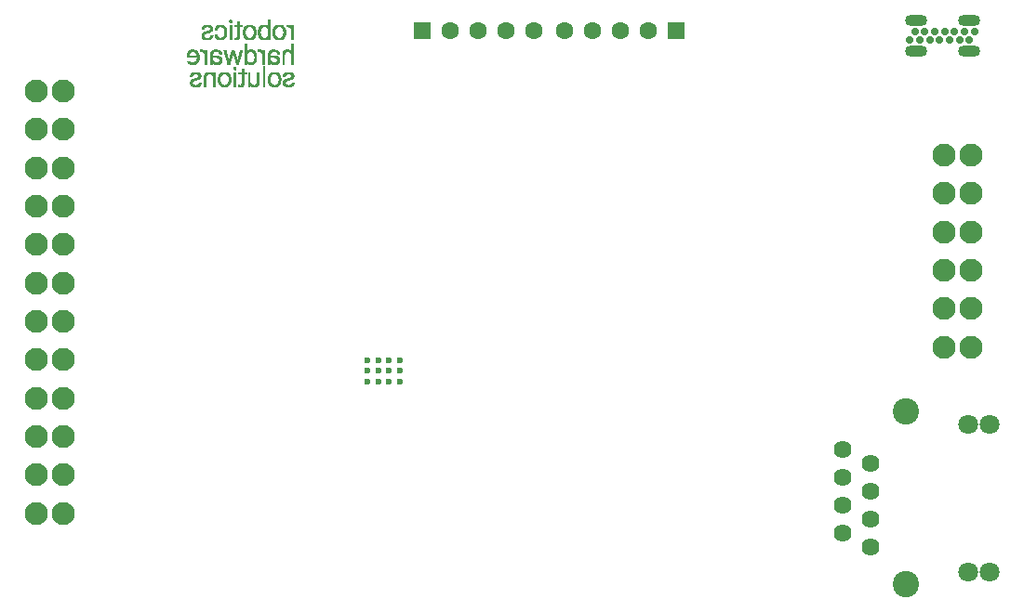
<source format=gbs>
G04*
G04 #@! TF.GenerationSoftware,Altium Limited,Altium Designer,22.10.1 (41)*
G04*
G04 Layer_Color=16711935*
%FSLAX25Y25*%
%MOIN*%
G70*
G04*
G04 #@! TF.SameCoordinates,228258D3-266C-4D4F-9196-BF2F79CCE343*
G04*
G04*
G04 #@! TF.FilePolarity,Negative*
G04*
G01*
G75*
%ADD116C,0.06394*%
%ADD117C,0.07087*%
%ADD118C,0.09449*%
%ADD119C,0.06299*%
%ADD120R,0.06299X0.06299*%
%ADD121C,0.08268*%
%ADD122C,0.02862*%
%ADD123O,0.07980X0.04043*%
%ADD124C,0.02362*%
%ADD150C,0.00100*%
D116*
X318642Y-205887D02*
D03*
X308642Y-200887D02*
D03*
X318642Y-195887D02*
D03*
X308642Y-190887D02*
D03*
X318642Y-185887D02*
D03*
X308642Y-180887D02*
D03*
X318642Y-175887D02*
D03*
X308642Y-170887D02*
D03*
D117*
X353642Y-161911D02*
D03*
X361634D02*
D03*
X353642Y-214863D02*
D03*
X361634D02*
D03*
D118*
X331634Y-157383D02*
D03*
Y-219391D02*
D03*
D119*
X209252Y-20768D02*
D03*
X219252D02*
D03*
X229252D02*
D03*
X239252D02*
D03*
X198012D02*
D03*
X188012D02*
D03*
X178012D02*
D03*
X168012D02*
D03*
D120*
X249252D02*
D03*
X158012D02*
D03*
D121*
X344980Y-106693D02*
D03*
X354823D02*
D03*
X344980Y-120472D02*
D03*
X354823D02*
D03*
X344980Y-134252D02*
D03*
X354823D02*
D03*
Y-92913D02*
D03*
X344980D02*
D03*
Y-79134D02*
D03*
Y-65354D02*
D03*
X354823Y-79134D02*
D03*
Y-65354D02*
D03*
X29528Y-42323D02*
D03*
X19685D02*
D03*
Y-111221D02*
D03*
X29528D02*
D03*
Y-97441D02*
D03*
X19685Y-97441D02*
D03*
Y-56102D02*
D03*
X29528D02*
D03*
X19685Y-69882D02*
D03*
X29528D02*
D03*
X19685Y-83661D02*
D03*
X29528D02*
D03*
Y-152559D02*
D03*
X19685D02*
D03*
X29528Y-138779D02*
D03*
X19685D02*
D03*
X29528Y-125000D02*
D03*
X19685D02*
D03*
Y-166339D02*
D03*
X29528D02*
D03*
Y-180118D02*
D03*
Y-193898D02*
D03*
X19685Y-180118D02*
D03*
Y-193898D02*
D03*
D122*
X332972Y-24075D02*
D03*
X334744Y-21004D02*
D03*
X336516Y-24075D02*
D03*
X338287Y-21004D02*
D03*
X340059Y-24075D02*
D03*
X341831Y-21004D02*
D03*
X343602Y-24075D02*
D03*
X345374Y-21004D02*
D03*
X347146Y-24075D02*
D03*
X348917Y-21004D02*
D03*
X350689Y-24075D02*
D03*
X352461Y-21004D02*
D03*
X354232Y-24075D02*
D03*
X356004Y-21004D02*
D03*
D123*
X354035Y-28169D02*
D03*
Y-16909D02*
D03*
X335138Y-28169D02*
D03*
Y-16909D02*
D03*
D124*
X146260Y-146752D02*
D03*
Y-142815D02*
D03*
Y-138878D02*
D03*
X150197Y-146752D02*
D03*
Y-138878D02*
D03*
Y-142815D02*
D03*
X142323Y-138878D02*
D03*
Y-142815D02*
D03*
Y-146752D02*
D03*
X138386Y-138878D02*
D03*
Y-142815D02*
D03*
Y-146752D02*
D03*
D150*
X91903Y-30929D02*
X92603D01*
X91803Y-31329D02*
X92503D01*
X91003Y-30929D02*
X91603D01*
X91203Y-31729D02*
X92403D01*
X91103Y-31129D02*
X91703D01*
X91103Y-31229D02*
X91703D01*
X91203Y-31529D02*
X92403D01*
X91003Y-31029D02*
X91603D01*
X91103Y-31429D02*
X92403D01*
X91103Y-31329D02*
X91703D01*
X91903Y-31229D02*
X92503D01*
X91903Y-31129D02*
X92503D01*
X91203Y-31629D02*
X92403D01*
X91903Y-31029D02*
X92603D01*
X85403Y-39929D02*
X86303D01*
X85503Y-40029D02*
X86503D01*
X85603Y-40129D02*
X86803D01*
X90603Y-40329D02*
X91203D01*
X85203Y-39629D02*
X86003D01*
X85203Y-39729D02*
X86103D01*
X85703Y-40229D02*
X88603D01*
X85303Y-39829D02*
X86203D01*
X85803Y-40329D02*
X88503D01*
X90603Y-40429D02*
X91203D01*
X85903D02*
X88403D01*
X90603Y-40229D02*
X91203D01*
X92303Y-40129D02*
X92403D01*
X85403Y-36229D02*
X86403D01*
X85603Y-36029D02*
X86903D01*
X83203Y-36129D02*
X83803D01*
X83203Y-36029D02*
X83803D01*
X82603Y-36329D02*
X83803D01*
X85503Y-36129D02*
X86603D01*
X83203Y-35829D02*
X83803D01*
X85703Y-35929D02*
X88603D01*
X85803Y-35829D02*
X88503D01*
X83203Y-35929D02*
X83803D01*
X89803Y-27929D02*
X90703D01*
X89703Y-28129D02*
X90703D01*
X89803Y-28029D02*
X90703D01*
X89603Y-28429D02*
X90803D01*
X90303Y-28829D02*
X90903D01*
X89703Y-28329D02*
X90803D01*
X90303Y-28629D02*
X90903D01*
X89603Y-28729D02*
X90203D01*
X90303D02*
X90903D01*
X89703Y-28229D02*
X90803D01*
X89603Y-28529D02*
X90803D01*
X89503Y-28829D02*
X90203D01*
X89603Y-28629D02*
X90203D01*
X89203Y-29829D02*
X89803D01*
X89103Y-30229D02*
X89703D01*
X89203Y-29729D02*
X89903D01*
X89103Y-30329D02*
X89703D01*
X87703Y-30229D02*
X88303D01*
X89103Y-30129D02*
X89703D01*
X89303Y-29429D02*
X90003D01*
X89003Y-30629D02*
X89603D01*
X89003Y-30529D02*
X89603D01*
X89003Y-30429D02*
X89703D01*
X89103Y-30029D02*
X89803D01*
X89203Y-29929D02*
X89803D01*
X89303Y-29529D02*
X89903D01*
X89303Y-29629D02*
X89903D01*
X87603Y-30129D02*
X88303D01*
X87603Y-30029D02*
X88303D01*
X83203Y-32329D02*
X85703D01*
X83203Y-35529D02*
X83803D01*
X83203Y-35729D02*
X83803D01*
X85203Y-36629D02*
X86003D01*
X85303Y-36429D02*
X86103D01*
X85203Y-36529D02*
X86003D01*
X85303Y-36329D02*
X86203D01*
X83403Y-32429D02*
X85603D01*
X83603Y-32529D02*
X85403D01*
X83903Y-32629D02*
X85203D01*
X83203Y-35629D02*
X83803D01*
X83003Y-27629D02*
X85203D01*
X89803Y-27829D02*
X90603D01*
X89903Y-27729D02*
X90603D01*
X86903Y-27629D02*
X87603D01*
X87003Y-27829D02*
X87703D01*
X89903Y-27629D02*
X90603D01*
X82703Y-27829D02*
X85503D01*
X86903Y-27729D02*
X87603D01*
X82803D02*
X85403D01*
X88803Y-31129D02*
X89403D01*
X88703Y-31329D02*
X89403D01*
X88903Y-30729D02*
X89603D01*
X88803Y-31029D02*
X89503D01*
X88903Y-30929D02*
X89503D01*
X88903Y-30829D02*
X89503D01*
X88803Y-31229D02*
X89403D01*
X89003Y-19629D02*
X89703D01*
X89003Y-20129D02*
X89703D01*
X86803Y-19629D02*
X87603D01*
X87003Y-20029D02*
X87803D01*
X89003Y-20329D02*
X89703D01*
X89003Y-20229D02*
X89703D01*
X89003Y-20029D02*
X89703D01*
X87103Y-20329D02*
X87803D01*
X89003Y-19929D02*
X89703D01*
X86903Y-19829D02*
X87703D01*
X87103Y-20129D02*
X87803D01*
X89003Y-19729D02*
X89703D01*
X89003Y-19829D02*
X89703D01*
X86903Y-19729D02*
X87603D01*
X87103Y-20229D02*
X87803D01*
X87003Y-19929D02*
X87703D01*
X89003Y-19529D02*
X89703D01*
X89003Y-19429D02*
X89703D01*
X89003Y-19229D02*
X89703D01*
X89003Y-19329D02*
X89703D01*
X89003Y-19129D02*
X89703D01*
X80703Y-18529D02*
X81203D01*
X80203Y-18629D02*
X81803D01*
X79703Y-18829D02*
X82203D01*
X79903Y-18729D02*
X82003D01*
X81803Y-20529D02*
X82703D01*
X82103Y-20229D02*
X82803D01*
X82103Y-20129D02*
X82803D01*
X82003Y-19529D02*
X82703D01*
X82103Y-19729D02*
X82803D01*
X81903Y-19429D02*
X82703D01*
X82103Y-19629D02*
X82803D01*
X81303Y-19129D02*
X82503D01*
X81603Y-19229D02*
X82603D01*
X82103Y-19829D02*
X82803D01*
X82103Y-19929D02*
X82803D01*
X82103Y-20029D02*
X82803D01*
X82003Y-20329D02*
X82803D01*
X81803Y-19329D02*
X82703D01*
X81903Y-20429D02*
X82703D01*
X83803Y-19829D02*
X84503D01*
X84103Y-19229D02*
X85103D01*
X84003Y-19329D02*
X84903D01*
X83703Y-20329D02*
X84403D01*
X84203Y-19129D02*
X85403D01*
X84003Y-19429D02*
X84803D01*
X83703Y-20229D02*
X84403D01*
X83803Y-19929D02*
X84503D01*
X83703Y-20029D02*
X84403D01*
X83803Y-19729D02*
X84603D01*
X83903Y-19629D02*
X84603D01*
X83903Y-19529D02*
X84703D01*
X83703Y-20129D02*
X84403D01*
X91803Y-19629D02*
X92503D01*
X91803Y-19329D02*
X92503D01*
X91803Y-20029D02*
X92503D01*
X91803Y-19429D02*
X92503D01*
X91803Y-19529D02*
X92503D01*
X91803Y-19229D02*
X92503D01*
X91803Y-19729D02*
X92503D01*
X91803Y-19829D02*
X92503D01*
X91803Y-19929D02*
X92503D01*
X90803Y-18829D02*
X93403D01*
X90803Y-19029D02*
X93403D01*
X90803Y-18629D02*
X93403D01*
X91803Y-18529D02*
X92503D01*
X90803Y-18729D02*
X93403D01*
X90803Y-18929D02*
X93403D01*
X90803Y-19129D02*
X93403D01*
X84303Y-19029D02*
X87103D01*
X89003Y-18929D02*
X89703D01*
X89003Y-19029D02*
X89703D01*
X84703Y-18729D02*
X86703D01*
X84403Y-18929D02*
X87003D01*
X84903Y-18629D02*
X86503D01*
X89003Y-18729D02*
X89703D01*
X89003Y-18829D02*
X89703D01*
X85503Y-18529D02*
X85903D01*
X89003Y-18629D02*
X89703D01*
X84503Y-18829D02*
X86903D01*
X91803Y-20129D02*
X92503D01*
X91803Y-20429D02*
X92503D01*
X91803Y-20529D02*
X92503D01*
X91803Y-20229D02*
X92503D01*
X91803Y-20329D02*
X92503D01*
X86603Y-19429D02*
X87503D01*
X86503Y-19329D02*
X87403D01*
X86703Y-19529D02*
X87503D01*
X86303Y-19229D02*
X87303D01*
X86003Y-19129D02*
X87203D01*
X109703Y-18529D02*
X110103D01*
X102803Y-16529D02*
X103403D01*
X106503Y-18529D02*
X107003D01*
X89103Y-16829D02*
X89603D01*
X89003Y-16929D02*
X89703D01*
X102803D02*
X103403D01*
X102803Y-16729D02*
X103403D01*
X102803Y-16829D02*
X103403D01*
X88203Y-39729D02*
X89103D01*
X90603Y-39529D02*
X91203D01*
X88103Y-39829D02*
X89003D01*
X90603D02*
X91203D01*
X88303Y-39629D02*
X89103D01*
X90603Y-39729D02*
X91203D01*
X90603Y-39629D02*
X91203D01*
X88403Y-39529D02*
X89203D01*
X90603Y-39329D02*
X91203D01*
X90603Y-39029D02*
X91203D01*
X90603Y-39129D02*
X91203D01*
X90603Y-39229D02*
X91203D01*
X90603Y-39429D02*
X91203D01*
X90603Y-38729D02*
X91203D01*
X90603Y-38829D02*
X91203D01*
X90603Y-38929D02*
X91203D01*
X90603Y-38629D02*
X91203D01*
X91303Y-31829D02*
X92303D01*
X91503Y-32429D02*
X92203D01*
X91403Y-32329D02*
X92203D01*
X91503Y-32529D02*
X92103D01*
X91403Y-32129D02*
X92203D01*
X91303Y-31929D02*
X92303D01*
X91303Y-32029D02*
X92303D01*
X91403Y-32229D02*
X92203D01*
X88103Y-31829D02*
X89203D01*
X88103Y-31529D02*
X89303D01*
X88303Y-32429D02*
X89003D01*
X88103Y-31729D02*
X89203D01*
X88303Y-32329D02*
X89003D01*
X88303Y-32529D02*
X89003D01*
X88103Y-31629D02*
X89303D01*
X88703Y-31429D02*
X89303D01*
X88203Y-31929D02*
X89203D01*
X90503Y-34429D02*
X91203D01*
X90703Y-34529D02*
X91003D01*
X90503Y-33929D02*
X91303D01*
X90503Y-34229D02*
X91303D01*
X90403Y-34129D02*
X91303D01*
X90403Y-34029D02*
X91303D01*
X90503Y-34329D02*
X91303D01*
X90503Y-33829D02*
X91203D01*
X90703Y-33729D02*
X91103D01*
X86203Y-35629D02*
X88103D01*
X87903Y-36229D02*
X88903D01*
X86403Y-35529D02*
X87903D01*
X87403Y-36029D02*
X88703D01*
X86003Y-35729D02*
X88303D01*
X87703Y-36129D02*
X88803D01*
X90603Y-36929D02*
X91203D01*
X90603Y-36629D02*
X91203D01*
X90603Y-37129D02*
X91203D01*
X90603Y-37029D02*
X91203D01*
X90603Y-37229D02*
X91203D01*
X90603Y-37529D02*
X91203D01*
X90603Y-36529D02*
X91203D01*
X90603Y-36729D02*
X91203D01*
X90603Y-36829D02*
X91203D01*
X90603Y-37329D02*
X91203D01*
X90603Y-37429D02*
X91203D01*
X90603Y-36229D02*
X91203D01*
X90603Y-36029D02*
X91203D01*
X90603Y-35729D02*
X91203D01*
X90603Y-36129D02*
X91203D01*
X90603Y-35529D02*
X91203D01*
X90603Y-35829D02*
X91203D01*
X90603Y-36429D02*
X91203D01*
X90603Y-35629D02*
X91203D01*
X90603Y-36329D02*
X91203D01*
X90603Y-35929D02*
X91203D01*
X90603Y-38029D02*
X91203D01*
X90603Y-37929D02*
X91203D01*
X90603Y-38429D02*
X91203D01*
X90603Y-38329D02*
X91203D01*
X90603Y-38229D02*
X91203D01*
X90603Y-38129D02*
X91203D01*
X90603Y-37829D02*
X91203D01*
X90603Y-37629D02*
X91203D01*
X90603Y-37729D02*
X91203D01*
X90603Y-38529D02*
X91203D01*
X87503Y-40129D02*
X88803D01*
X90603D02*
X91203D01*
X90603Y-40029D02*
X91203D01*
X87803D02*
X88803D01*
X90603Y-39929D02*
X91203D01*
X88003D02*
X88903D01*
X88803Y-38129D02*
X89503D01*
X88803Y-38329D02*
X89503D01*
X88803Y-37829D02*
X89503D01*
X88803Y-37729D02*
X89403D01*
X88803Y-38229D02*
X89503D01*
X88803Y-38029D02*
X89503D01*
X88803Y-37629D02*
X89403D01*
X88803Y-38429D02*
X89403D01*
X88803Y-38629D02*
X89403D01*
X88803Y-37929D02*
X89503D01*
X88803Y-38529D02*
X89403D01*
X88703Y-38829D02*
X89403D01*
X88603Y-39029D02*
X89403D01*
X88503Y-39429D02*
X89203D01*
X88603Y-39129D02*
X89303D01*
X88603Y-39229D02*
X89303D01*
X88503Y-39329D02*
X89303D01*
X88703Y-38929D02*
X89403D01*
X88703Y-38729D02*
X89403D01*
X88303Y-36529D02*
X89103D01*
X88403Y-36729D02*
X89203D01*
X88103Y-36329D02*
X89003D01*
X88703Y-37529D02*
X89403D01*
X88703Y-37429D02*
X89403D01*
X88503Y-36829D02*
X89203D01*
X88203Y-36429D02*
X89003D01*
X88703Y-37329D02*
X89403D01*
X88503Y-36929D02*
X89303D01*
X88703Y-37229D02*
X89403D01*
X88603Y-37029D02*
X89303D01*
X88603Y-37129D02*
X89303D01*
X88403Y-36629D02*
X89203D01*
X79903Y-39529D02*
X80603D01*
X79903Y-39329D02*
X80603D01*
X79903Y-39629D02*
X80603D01*
X79903Y-39429D02*
X80603D01*
X79903Y-39829D02*
X80603D01*
X79903Y-39729D02*
X80603D01*
X79903Y-39929D02*
X80603D01*
X79903Y-38529D02*
X80603D01*
X79903Y-38329D02*
X80603D01*
X79903Y-39129D02*
X80603D01*
X79903Y-38929D02*
X80603D01*
X79903Y-39229D02*
X80603D01*
X79903Y-38629D02*
X80603D01*
X79903Y-38729D02*
X80603D01*
X79903Y-38029D02*
X80603D01*
X79903Y-38829D02*
X80603D01*
X79903Y-38429D02*
X80603D01*
X79903Y-38229D02*
X80603D01*
X79903Y-38129D02*
X80603D01*
X79903Y-39029D02*
X80603D01*
X79903Y-37929D02*
X80603D01*
X80003Y-36529D02*
X80703D01*
X80003Y-36429D02*
X80803D01*
X80003Y-36629D02*
X80703D01*
X80003Y-36729D02*
X80703D01*
X83203Y-39729D02*
X83803D01*
X83203Y-39229D02*
X83803D01*
X83203Y-39129D02*
X83803D01*
X83203Y-38929D02*
X83803D01*
X83203Y-39029D02*
X83803D01*
X83203Y-39629D02*
X83803D01*
X83203Y-39829D02*
X83803D01*
X83203Y-39329D02*
X83803D01*
X83203Y-39529D02*
X83803D01*
X83203Y-38829D02*
X83803D01*
X83203Y-39929D02*
X83803D01*
X83203Y-39429D02*
X83803D01*
X85003Y-39129D02*
X85703D01*
X85103Y-39329D02*
X85803D01*
X84903Y-38729D02*
X85603D01*
X84903Y-38629D02*
X85603D01*
X85003Y-39029D02*
X85703D01*
X85103Y-39529D02*
X85903D01*
X85003Y-39229D02*
X85703D01*
X84903Y-38929D02*
X85603D01*
X84903Y-38829D02*
X85603D01*
X85103Y-39429D02*
X85903D01*
X83203Y-37229D02*
X83803D01*
X83103Y-37029D02*
X83803D01*
X83203Y-37329D02*
X83803D01*
X83203Y-37429D02*
X83803D01*
X83103Y-37129D02*
X83803D01*
X82703Y-36429D02*
X83803D01*
X83003Y-36929D02*
X83803D01*
X83003Y-36829D02*
X83803D01*
X82803Y-36529D02*
X83803D01*
X82803Y-36629D02*
X83803D01*
X82903Y-36729D02*
X83803D01*
X85003Y-36929D02*
X85803D01*
X85003Y-37129D02*
X85703D01*
X85103Y-36829D02*
X85803D01*
X85003Y-37029D02*
X85703D01*
X84903Y-37529D02*
X85603D01*
X84903Y-37429D02*
X85603D01*
X84903Y-37329D02*
X85603D01*
X85103Y-36729D02*
X85903D01*
X84903Y-37229D02*
X85603D01*
X83203Y-40029D02*
X83803D01*
X83203Y-40229D02*
X83803D01*
X83203Y-40129D02*
X83803D01*
X79903Y-40429D02*
X80603D01*
X83203D02*
X83803D01*
X79903Y-40229D02*
X80603D01*
X79903Y-40329D02*
X80603D01*
X79903Y-40129D02*
X80603D01*
X83203Y-40329D02*
X83803D01*
X79903Y-40029D02*
X80603D01*
X84903Y-38229D02*
X85503D01*
X84903Y-37629D02*
X85503D01*
X84903Y-37829D02*
X85503D01*
X84903Y-38529D02*
X85503D01*
X84903Y-37729D02*
X85503D01*
X84903Y-38029D02*
X85503D01*
X84903Y-38129D02*
X85503D01*
X84903Y-37929D02*
X85503D01*
X84903Y-38329D02*
X85503D01*
X84903Y-38429D02*
X85503D01*
X83203Y-38329D02*
X83803D01*
X83203Y-38429D02*
X83803D01*
X83203Y-37629D02*
X83803D01*
X83203Y-37729D02*
X83803D01*
X83203Y-38229D02*
X83803D01*
X83203Y-38129D02*
X83803D01*
X83203Y-37829D02*
X83803D01*
X83203Y-37529D02*
X83803D01*
X83203Y-37929D02*
X83803D01*
X83203Y-38029D02*
X83803D01*
X83203Y-38529D02*
X83803D01*
X83203Y-38629D02*
X83803D01*
X83203Y-38729D02*
X83803D01*
X79903Y-37229D02*
X80603D01*
X79903Y-37029D02*
X80603D01*
X79903Y-37529D02*
X80603D01*
X79903Y-37429D02*
X80603D01*
X79903Y-37829D02*
X80603D01*
X79903Y-37129D02*
X80603D01*
X79903Y-36929D02*
X80603D01*
X79903Y-37629D02*
X80603D01*
X79903Y-36829D02*
X80603D01*
X79903Y-37329D02*
X80603D01*
X79903Y-37729D02*
X80603D01*
X82203Y-29629D02*
X84503D01*
X87503Y-29529D02*
X88103D01*
X87403Y-29429D02*
X88103D01*
X82203Y-29329D02*
X82903D01*
X82203Y-29529D02*
X82903D01*
X82203Y-29729D02*
X85003D01*
X87603Y-29929D02*
X88203D01*
X82203Y-29429D02*
X82903D01*
X87503Y-29629D02*
X88203D01*
X87403Y-29329D02*
X88103D01*
X87603Y-29829D02*
X88203D01*
X82203Y-29929D02*
X85503D01*
X82203Y-29829D02*
X85303D01*
X87503Y-29729D02*
X88203D01*
X82303Y-28629D02*
X83003D01*
X82303Y-28529D02*
X83003D01*
X82203Y-28829D02*
X82903D01*
X82203Y-28929D02*
X82903D01*
X82203Y-29129D02*
X82903D01*
X82203Y-28729D02*
X82903D01*
X82203Y-29229D02*
X82903D01*
X82203Y-29029D02*
X82903D01*
X82203Y-30529D02*
X82903D01*
X82203Y-30329D02*
X82903D01*
X85103Y-30429D02*
X86003D01*
X82203D02*
X82903D01*
X82203Y-30029D02*
X85603D01*
X82203Y-30129D02*
X82903D01*
X85203Y-30529D02*
X86103D01*
X84103Y-30129D02*
X85703D01*
X84603Y-30229D02*
X85803D01*
X84903Y-30329D02*
X85903D01*
X82203Y-30229D02*
X82903D01*
X85403Y-28729D02*
X86103D01*
X85403Y-28629D02*
X86103D01*
X87203D02*
X87903D01*
X85303Y-28529D02*
X86003D01*
X87203Y-28729D02*
X87903D01*
X87203Y-28529D02*
X87903D01*
X82503Y-28029D02*
X83603D01*
X82603Y-27929D02*
X85603D01*
X84603Y-28029D02*
X85703D01*
X85003Y-28229D02*
X85903D01*
X84903Y-28129D02*
X85803D01*
X87003Y-27929D02*
X87703D01*
X82403Y-28229D02*
X83303D01*
X87003Y-28029D02*
X87703D01*
X87103Y-28129D02*
X87803D01*
X82503D02*
X83403D01*
X87103Y-28229D02*
X87803D01*
X87103Y-28429D02*
X87803D01*
X85203D02*
X86003D01*
X85103Y-28329D02*
X86003D01*
X82303Y-28429D02*
X83103D01*
X82403Y-28329D02*
X83103D01*
X87103D02*
X87803D01*
X85403Y-28829D02*
X86103D01*
X87303D02*
X87903D01*
X87303Y-29029D02*
X88003D01*
X87403Y-29229D02*
X88003D01*
X85403Y-28929D02*
X86103D01*
X87303D02*
X88003D01*
X87403Y-29129D02*
X88003D01*
X92103Y-30229D02*
X92803D01*
X92203Y-30029D02*
X92903D01*
X92203Y-30129D02*
X92803D01*
X92003Y-30629D02*
X92703D01*
X92003Y-30729D02*
X92603D01*
X92103Y-30529D02*
X92703D01*
X92103Y-30429D02*
X92703D01*
X92103Y-30329D02*
X92803D01*
X92003Y-30829D02*
X92603D01*
X92203Y-29929D02*
X92903D01*
X90703Y-30129D02*
X91403D01*
X90903Y-30729D02*
X91503D01*
X90803Y-30429D02*
X91403D01*
X90903Y-30529D02*
X91503D01*
X90803Y-30229D02*
X91403D01*
X90703Y-30029D02*
X91303D01*
X90903Y-30629D02*
X91503D01*
X90703Y-29929D02*
X91303D01*
X90803Y-30329D02*
X91403D01*
X91003Y-30829D02*
X91603D01*
X89403Y-29129D02*
X90103D01*
X89503Y-28929D02*
X90103D01*
X90503Y-29329D02*
X91103D01*
X90403Y-29029D02*
X91003D01*
X90403Y-28929D02*
X91003D01*
X90403Y-29129D02*
X91003D01*
X90403Y-29229D02*
X91103D01*
X89403Y-29329D02*
X90003D01*
X89503Y-29029D02*
X90103D01*
X89403Y-29229D02*
X90003D01*
X92303Y-29729D02*
X92903D01*
X92403Y-29429D02*
X93003D01*
X92303Y-29529D02*
X93003D01*
X90603Y-29729D02*
X91203D01*
X90603Y-29829D02*
X91303D01*
X90503Y-29529D02*
X91203D01*
X90603Y-29629D02*
X91203D01*
X90503Y-29429D02*
X91103D01*
X92203Y-29829D02*
X92903D01*
X92303Y-29629D02*
X93003D01*
X75003Y-39729D02*
X75703D01*
X75103Y-40029D02*
X76103D01*
X78103Y-39429D02*
X78803D01*
X77603Y-40029D02*
X78603D01*
X77703Y-39929D02*
X78603D01*
X77903Y-39829D02*
X78703D01*
X78003Y-39729D02*
X78703D01*
X78003Y-39629D02*
X78803D01*
X78103Y-39329D02*
X78803D01*
X78203Y-39229D02*
X78803D01*
X78103Y-39529D02*
X78803D01*
X75003Y-39829D02*
X75803D01*
X75003Y-39929D02*
X75903D01*
X74903Y-39629D02*
X75603D01*
X74903Y-39529D02*
X75603D01*
X75003Y-38729D02*
X75903D01*
X74903Y-39029D02*
X75603D01*
X74903Y-39329D02*
X75603D01*
X74903Y-39229D02*
X75603D01*
X75103Y-38629D02*
X76003D01*
X74903Y-39429D02*
X75603D01*
X75003Y-38829D02*
X75803D01*
X74903Y-38929D02*
X75703D01*
X74903Y-39129D02*
X75603D01*
X76503Y-28129D02*
X77403D01*
X79703Y-28329D02*
X80803D01*
X79903Y-28529D02*
X80803D01*
X79803Y-28429D02*
X80803D01*
X79403Y-28129D02*
X80803D01*
X76903Y-28529D02*
X77703D01*
X76803Y-28429D02*
X77603D01*
X76603Y-28229D02*
X77503D01*
X76703Y-28329D02*
X77603D01*
X79603Y-28229D02*
X80803D01*
X76203Y-28029D02*
X77303D01*
X77003Y-28629D02*
X77703D01*
X77103Y-28729D02*
X77803D01*
X77303Y-29229D02*
X78003D01*
X77203Y-28929D02*
X77903D01*
X77303Y-29529D02*
X78003D01*
X77203Y-29129D02*
X77903D01*
X77303Y-29429D02*
X78003D01*
X77203Y-29029D02*
X77903D01*
X77303Y-29329D02*
X78003D01*
X77103Y-28829D02*
X77803D01*
X74903Y-36929D02*
X75603D01*
X74903Y-36829D02*
X75603D01*
X74903Y-37029D02*
X75603D01*
X74903Y-36729D02*
X75603D01*
X75003Y-36629D02*
X75703D01*
X75503Y-35829D02*
X78203D01*
X80603Y-35629D02*
X82503D01*
X76103Y-35529D02*
X77603D01*
X75603Y-35729D02*
X78003D01*
X75803Y-35629D02*
X77903D01*
X80503Y-35729D02*
X82603D01*
X80903Y-35529D02*
X82203D01*
X80403Y-35829D02*
X82803D01*
X78003Y-36729D02*
X78703D01*
X78003Y-36929D02*
X78703D01*
X77903Y-37229D02*
X78603D01*
X77403Y-37529D02*
X78503D01*
X77203Y-37629D02*
X78403D01*
X78003Y-36629D02*
X78703D01*
X77803Y-37329D02*
X78603D01*
X78003Y-37029D02*
X78703D01*
X78003Y-36829D02*
X78703D01*
X77903Y-37129D02*
X78603D01*
X77603Y-37429D02*
X78603D01*
X80203Y-30229D02*
X80803D01*
X80203Y-29729D02*
X80803D01*
X80203Y-29129D02*
X80803D01*
X80203Y-29629D02*
X80803D01*
X80203Y-30129D02*
X80803D01*
X80203Y-30029D02*
X80803D01*
X80203Y-29829D02*
X80803D01*
X80203Y-29429D02*
X80803D01*
X80203Y-29929D02*
X80803D01*
X80203Y-29529D02*
X80803D01*
X80203Y-29329D02*
X80803D01*
X80203Y-29229D02*
X80803D01*
X76803Y-31629D02*
X77703D01*
X75803Y-32129D02*
X77303D01*
X76603Y-31829D02*
X77503D01*
X76903Y-31529D02*
X77703D01*
X77003Y-31429D02*
X77803D01*
X77203Y-31029D02*
X77903D01*
X77203Y-31129D02*
X77903D01*
X76703Y-31729D02*
X77603D01*
X77103Y-31329D02*
X77803D01*
X76303Y-32029D02*
X77403D01*
X76503Y-31929D02*
X77503D01*
X77103Y-31229D02*
X77903D01*
X80203Y-32329D02*
X80803D01*
X82103D02*
X82803D01*
X80203Y-32529D02*
X80803D01*
X82103D02*
X82803D01*
X80203Y-32429D02*
X80803D01*
X82103D02*
X82803D01*
X74703Y-32529D02*
X76703D01*
X75003Y-32629D02*
X76403D01*
X75303Y-35929D02*
X78303D01*
X80203Y-36029D02*
X81503D01*
X75303D02*
X76603D01*
X77103D02*
X78403D01*
Y-27729D02*
X79903D01*
X75003Y-27529D02*
X76603D01*
X80203Y-28029D02*
X80803D01*
X78403Y-27629D02*
X79703D01*
X78403Y-28029D02*
X78703D01*
X80203Y-27929D02*
X80803D01*
X79003Y-28029D02*
X80103D01*
X78403Y-27829D02*
X80003D01*
X80203Y-27529D02*
X80803D01*
X80203Y-27829D02*
X80803D01*
X80203Y-27729D02*
X80803D01*
X80203Y-27629D02*
X80803D01*
X78403Y-27529D02*
X79603D01*
X78403Y-27929D02*
X80103D01*
X74803Y-27629D02*
X76803D01*
X80003Y-28629D02*
X80803D01*
X80003Y-28729D02*
X80803D01*
X80103Y-28829D02*
X80803D01*
X80103Y-29029D02*
X80803D01*
X80103Y-28929D02*
X80803D01*
X77303Y-30829D02*
X78003D01*
X77403Y-30229D02*
X78003D01*
X77303Y-30629D02*
X78003D01*
X77303Y-30729D02*
X78003D01*
X77403Y-30529D02*
X78003D01*
X77403Y-30429D02*
X78003D01*
X77403Y-30329D02*
X78003D01*
X77303Y-30929D02*
X78003D01*
X77903Y-36429D02*
X78603D01*
X75103Y-36329D02*
X75903D01*
X77603Y-36229D02*
X78503D01*
X77503Y-36129D02*
X78503D01*
X75203D02*
X76203D01*
X80103Y-36329D02*
X80903D01*
X75103Y-36229D02*
X76103D01*
X80103D02*
X81003D01*
X75003Y-36529D02*
X75703D01*
X77803Y-36329D02*
X78603D01*
X80103Y-36129D02*
X81103D01*
X75003Y-36429D02*
X75803D01*
X77903Y-36529D02*
X78603D01*
X75803Y-38029D02*
X77903D01*
X75103Y-38529D02*
X76203D01*
X75203Y-38429D02*
X76503D01*
X75303Y-38329D02*
X76903D01*
X75603Y-38129D02*
X77603D01*
X75403Y-38229D02*
X77303D01*
X76403Y-37829D02*
X78203D01*
X76803Y-37729D02*
X78303D01*
X76103Y-37929D02*
X78103D01*
X80203Y-30929D02*
X80803D01*
X82203Y-30829D02*
X82903D01*
X82203Y-30629D02*
X82903D01*
X80203Y-30729D02*
X80803D01*
X82203D02*
X82903D01*
X82203Y-30929D02*
X82903D01*
X80203Y-31029D02*
X80803D01*
X80203Y-30829D02*
X80803D01*
X82203Y-31029D02*
X82903D01*
X80203Y-30629D02*
X80803D01*
X80203Y-30529D02*
X80803D01*
X80203Y-30429D02*
X80803D01*
X80203Y-30329D02*
X80803D01*
X80203Y-31429D02*
X80803D01*
X80203Y-31329D02*
X80803D01*
X80203Y-32229D02*
X80803D01*
X80203Y-31229D02*
X80803D01*
X80203Y-31129D02*
X80803D01*
X80203Y-32029D02*
X80803D01*
X80203Y-31929D02*
X80803D01*
X80203Y-31829D02*
X80803D01*
X80203Y-31629D02*
X80803D01*
X80203Y-31729D02*
X80803D01*
X80203Y-31529D02*
X80803D01*
X80203Y-32129D02*
X80803D01*
X82203D02*
X82903D01*
X82203Y-32029D02*
X83903D01*
X83003Y-32129D02*
X85903D01*
X84903Y-32029D02*
X86003D01*
X82203Y-31929D02*
X83703D01*
X83103Y-32229D02*
X85803D01*
X85103Y-31929D02*
X86103D01*
X82103Y-32229D02*
X82803D01*
X85503Y-31029D02*
X86203D01*
X85503Y-30829D02*
X86203D01*
X85303Y-30629D02*
X86103D01*
X87703Y-30429D02*
X88403D01*
X87803Y-30529D02*
X88403D01*
X87803Y-30729D02*
X88403D01*
X87903Y-30929D02*
X88503D01*
X87703Y-30329D02*
X88303D01*
X85403Y-30729D02*
X86103D01*
X85503Y-30929D02*
X86203D01*
X87803Y-30829D02*
X88503D01*
X87803Y-30629D02*
X88403D01*
X87903Y-31029D02*
X88503D01*
X88003Y-31429D02*
X88603D01*
X88003Y-31229D02*
X88603D01*
X87903Y-31129D02*
X88603D01*
X88203Y-32029D02*
X89103D01*
X88003Y-31329D02*
X88603D01*
X88203Y-32129D02*
X89103D01*
X88303Y-32229D02*
X89103D01*
X82203Y-31529D02*
X83103D01*
X82203Y-31329D02*
X83003D01*
X82203Y-31729D02*
X83403D01*
X82203Y-31129D02*
X82903D01*
X82203Y-31829D02*
X83503D01*
X82203Y-31229D02*
X82903D01*
X82203Y-31429D02*
X83103D01*
X82203Y-31629D02*
X83203D01*
X85503Y-31529D02*
X86203D01*
X85503Y-31329D02*
X86203D01*
X85203Y-31829D02*
X86103D01*
X85503Y-31429D02*
X86203D01*
X85503Y-31129D02*
X86203D01*
X85403Y-31629D02*
X86203D01*
X85303Y-31729D02*
X86103D01*
X85503Y-31229D02*
X86203D01*
X87203Y-20829D02*
X87903D01*
X87203Y-21829D02*
X87903D01*
X87203Y-21229D02*
X87903D01*
X87203Y-21729D02*
X87903D01*
X87203Y-22029D02*
X87803D01*
X87203Y-21529D02*
X87903D01*
X87203Y-21429D02*
X87903D01*
X87203Y-20929D02*
X87903D01*
X87203Y-21129D02*
X87903D01*
X87203Y-21629D02*
X87903D01*
X87203Y-21329D02*
X87903D01*
X87203Y-21029D02*
X87903D01*
X87203Y-21929D02*
X87903D01*
X89003Y-21829D02*
X89703D01*
X89003Y-20829D02*
X89703D01*
X89003Y-21429D02*
X89703D01*
X89003Y-22029D02*
X89703D01*
X89003Y-21129D02*
X89703D01*
X89003Y-21029D02*
X89703D01*
X89003Y-21629D02*
X89703D01*
X89003Y-21229D02*
X89703D01*
X89003Y-21329D02*
X89703D01*
X89003Y-20929D02*
X89703D01*
X89003Y-21529D02*
X89703D01*
X89003Y-21729D02*
X89703D01*
X89003Y-21929D02*
X89703D01*
X87203Y-20429D02*
X87903D01*
X87203Y-20629D02*
X87903D01*
X87203Y-20729D02*
X87903D01*
X89003Y-20429D02*
X89703D01*
X89003Y-20629D02*
X89703D01*
X89003Y-20729D02*
X89703D01*
X89003Y-20529D02*
X89703D01*
X87203D02*
X87903D01*
X89003Y-22429D02*
X89703D01*
X89003Y-22529D02*
X89703D01*
X89003Y-22629D02*
X89703D01*
X89003Y-22229D02*
X89703D01*
X89003Y-22829D02*
X89703D01*
X89003Y-22729D02*
X89703D01*
X89003Y-22329D02*
X89703D01*
X89003Y-22129D02*
X89703D01*
X93903Y-21129D02*
X94503D01*
X93903Y-21029D02*
X94503D01*
X93903Y-20929D02*
X94503D01*
X93903Y-21829D02*
X94603D01*
X94003Y-22129D02*
X94703D01*
X94003Y-22329D02*
X94703D01*
X93903Y-21429D02*
X94503D01*
X93903Y-21529D02*
X94503D01*
X93903Y-22029D02*
X94603D01*
X93903Y-21929D02*
X94603D01*
X93903Y-21629D02*
X94503D01*
X93903Y-21729D02*
X94603D01*
X93903Y-21229D02*
X94503D01*
X94003Y-22229D02*
X94703D01*
X93903Y-21329D02*
X94503D01*
X93403Y-34729D02*
X94003D01*
X93403Y-34429D02*
X94003D01*
X93403Y-35329D02*
X94003D01*
X93403Y-34929D02*
X94003D01*
X93403Y-34329D02*
X94003D01*
X93403Y-34629D02*
X94003D01*
X93403Y-35229D02*
X94003D01*
X93403Y-35129D02*
X94003D01*
X93403Y-35029D02*
X94003D01*
X93403Y-34529D02*
X94003D01*
X93403Y-35429D02*
X94003D01*
X93403Y-34829D02*
X94003D01*
X74403Y-27929D02*
X77203D01*
X74403Y-32329D02*
X77003D01*
X74203Y-28129D02*
X75203D01*
X74303Y-28029D02*
X75403D01*
X74303Y-32229D02*
X77203D01*
X74203Y-28229D02*
X75003D01*
X74503Y-32429D02*
X76903D01*
X74203Y-32129D02*
X75603D01*
X74503Y-27829D02*
X77103D01*
X75303Y-27429D02*
X76303D01*
X74603Y-27729D02*
X77003D01*
X93903Y-20629D02*
X94603D01*
X93903Y-20529D02*
X94603D01*
X93903Y-20429D02*
X94603D01*
X93903Y-20829D02*
X94503D01*
X91803D02*
X92503D01*
X94003Y-20229D02*
X94703D01*
X91803Y-20629D02*
X92503D01*
X93903Y-20329D02*
X94603D01*
X91803Y-20729D02*
X92503D01*
X93903D02*
X94503D01*
X94003Y-20129D02*
X94703D01*
X79603Y-18929D02*
X82303D01*
X79303Y-19229D02*
X80403D01*
X79203Y-19329D02*
X80203D01*
X79403Y-19129D02*
X80703D01*
X79103Y-19829D02*
X79803D01*
X79103Y-19629D02*
X79903D01*
X79103Y-19929D02*
X79703D01*
X79103Y-19729D02*
X79803D01*
X81303Y-20729D02*
X82503D01*
X79503Y-19029D02*
X82403D01*
X79103Y-19529D02*
X79903D01*
X80903Y-20829D02*
X82403D01*
X79203Y-19429D02*
X80003D01*
X79103Y-20029D02*
X79703D01*
X81503Y-20629D02*
X82603D01*
X81903Y-36029D02*
X83003D01*
X93403Y-36229D02*
X94003D01*
X82203Y-36129D02*
X83103D01*
X82403Y-36229D02*
X83803D01*
X80303Y-35929D02*
X82903D01*
X93403Y-36129D02*
X94003D01*
X79403Y-21429D02*
X80903D01*
X79003Y-22529D02*
X79703D01*
X79103Y-21929D02*
X79903D01*
X79003Y-22229D02*
X79703D01*
X79003Y-22629D02*
X79703D01*
X79103Y-21829D02*
X80003D01*
X79203Y-21729D02*
X80103D01*
X79103Y-22029D02*
X79803D01*
X79203Y-21629D02*
X80303D01*
X79003Y-22429D02*
X79703D01*
X79003Y-22329D02*
X79703D01*
X79003Y-22129D02*
X79803D01*
X79103Y-22729D02*
X79803D01*
X79103Y-22829D02*
X79803D01*
X79303Y-21529D02*
X80603D01*
X93403Y-38529D02*
X94003D01*
X93403Y-38229D02*
X94003D01*
X93403Y-38029D02*
X94003D01*
X93403Y-37929D02*
X94003D01*
X93403Y-38429D02*
X94003D01*
X93403Y-38129D02*
X94003D01*
X93403Y-38329D02*
X94003D01*
X83603Y-27429D02*
X84603D01*
X78403D02*
X79303D01*
X92903Y-27529D02*
X93603D01*
X83203D02*
X85003D01*
X89903D02*
X90503D01*
X86903D02*
X87603D01*
X92803Y-27629D02*
X93503D01*
X92703Y-28129D02*
X93403D01*
X92703Y-28229D02*
X93403D01*
X92703Y-28329D02*
X93303D01*
X92603Y-28429D02*
X93303D01*
X92603Y-28529D02*
X93303D01*
X92603Y-28629D02*
X93303D01*
X92803Y-27829D02*
X93503D01*
X92703Y-28029D02*
X93403D01*
X92803Y-27929D02*
X93503D01*
X92803Y-27729D02*
X93503D01*
X91803Y-17729D02*
X92503D01*
X91803Y-18429D02*
X92503D01*
X91803Y-18329D02*
X92503D01*
X89203Y-17629D02*
X89503D01*
X89003Y-17529D02*
X89703D01*
X91803Y-18029D02*
X92503D01*
X91803Y-17529D02*
X92503D01*
X91803Y-17829D02*
X92503D01*
X91803Y-18129D02*
X92503D01*
X91803Y-17629D02*
X92503D01*
X91803Y-18229D02*
X92503D01*
X91803Y-17929D02*
X92503D01*
X93403Y-37629D02*
X94003D01*
X93403Y-37729D02*
X94003D01*
X93403Y-37329D02*
X94003D01*
X93403Y-37229D02*
X94003D01*
X93403Y-37129D02*
X94003D01*
X93403Y-37429D02*
X94003D01*
X93403Y-36929D02*
X94003D01*
X93403Y-36729D02*
X94003D01*
X93403Y-36629D02*
X94003D01*
X93403Y-36829D02*
X94003D01*
X93403Y-37829D02*
X94003D01*
X93403Y-37029D02*
X94003D01*
X93403Y-37529D02*
X94003D01*
X93403Y-36529D02*
X94003D01*
X93403Y-36429D02*
X94003D01*
X93403Y-36329D02*
X94003D01*
X91003Y-23829D02*
X91603D01*
X80103Y-23729D02*
X81803D01*
X85403Y-23829D02*
X86003D01*
X84703Y-23629D02*
X86703D01*
X89003Y-23729D02*
X89703D01*
X90703Y-23629D02*
X92103D01*
X80603Y-23829D02*
X81303D01*
X90703Y-23729D02*
X92003D01*
X85003D02*
X86503D01*
X79803Y-23629D02*
X82103D01*
X89003D02*
X89703D01*
X79103Y-22929D02*
X79903D01*
X79203Y-23129D02*
X80203D01*
X79403Y-23329D02*
X82503D01*
X79203Y-23029D02*
X80103D01*
X79303Y-23229D02*
X80503D01*
X92403Y-29329D02*
X93103D01*
X92503Y-28729D02*
X93203D01*
X92403Y-29129D02*
X93103D01*
X92503Y-29029D02*
X93103D01*
X92403Y-29229D02*
X93103D01*
X92503Y-28929D02*
X93203D01*
X92503Y-28829D02*
X93203D01*
X109203Y-40629D02*
X111003D01*
X109703Y-40729D02*
X110603D01*
X104203Y-40629D02*
X105903D01*
X104703Y-40729D02*
X105503D01*
X111303Y-39629D02*
X112103D01*
X111403Y-39529D02*
X112103D01*
X111303Y-36929D02*
X112003D01*
X111303Y-36729D02*
X112003D01*
X111303Y-36829D02*
X112003D01*
X111203Y-39829D02*
X112003D01*
X111303Y-39729D02*
X112003D01*
X111403Y-39329D02*
X112103D01*
X111503Y-39229D02*
X112103D01*
X111303Y-37029D02*
X112003D01*
X111403Y-39429D02*
X112103D01*
X111303Y-36629D02*
X112003D01*
X73903Y-29029D02*
X74503D01*
X73903Y-28829D02*
X74603D01*
X73903Y-28929D02*
X74603D01*
X73803Y-29129D02*
X74503D01*
X73803Y-29329D02*
X74503D01*
X73803Y-29229D02*
X74503D01*
X73803Y-29429D02*
X74503D01*
X73803Y-29529D02*
X74403D01*
X73803Y-30029D02*
X78003D01*
X73803Y-29829D02*
X78003D01*
X73803Y-30129D02*
X78003D01*
X74103Y-32029D02*
X75103D01*
X74003Y-31929D02*
X74903D01*
X73803Y-29729D02*
X78003D01*
X73803Y-29629D02*
X78003D01*
X73803Y-29929D02*
X78003D01*
X73903Y-31729D02*
X74603D01*
X74003Y-31629D02*
X74503D01*
X73903Y-31829D02*
X74703D01*
X74103Y-31529D02*
X74403D01*
X83203Y-40529D02*
X83803D01*
X90603Y-40629D02*
X91203D01*
X86103Y-40529D02*
X88203D01*
X90603D02*
X91203D01*
X86303Y-40629D02*
X88003D01*
X86803Y-40729D02*
X87603D01*
X83203Y-40629D02*
X83803D01*
X75303Y-40229D02*
X78403D01*
X75703Y-40529D02*
X78003D01*
X75503Y-40429D02*
X78103D01*
X75403Y-40329D02*
X78303D01*
X75203Y-40129D02*
X76403D01*
Y-40729D02*
X77303D01*
X79903Y-40629D02*
X80603D01*
X75903D02*
X77703D01*
X77303Y-40129D02*
X78503D01*
X79903Y-40529D02*
X80603D01*
X87103Y-22129D02*
X87803D01*
X87103Y-22329D02*
X87803D01*
X87003Y-22529D02*
X87703D01*
X86903Y-22629D02*
X87603D01*
X86803Y-22729D02*
X87603D01*
X86703Y-22829D02*
X87503D01*
X87003Y-22429D02*
X87703D01*
X87103Y-22229D02*
X87803D01*
X80503Y-20929D02*
X82303D01*
X79703Y-21229D02*
X81703D01*
X80203Y-21029D02*
X82203D01*
X79903Y-21129D02*
X82003D01*
X79603Y-21329D02*
X81403D01*
X83703Y-22429D02*
X84403D01*
X82203Y-22629D02*
X82903D01*
X82303Y-22329D02*
X83003D01*
X82203Y-22529D02*
X82903D01*
X83803D02*
X84503D01*
X83803Y-22629D02*
X84503D01*
X83703Y-22329D02*
X84403D01*
X83703Y-22129D02*
X84403D01*
X83703Y-22229D02*
X84403D01*
X82303Y-22429D02*
X83003D01*
X79603Y-23529D02*
X82303D01*
X83903Y-22829D02*
X84703D01*
X79503Y-23429D02*
X82403D01*
X82103Y-22829D02*
X82903D01*
X83803Y-22729D02*
X84603D01*
X81303Y-23229D02*
X82603D01*
X81703Y-23129D02*
X82703D01*
X82003Y-22929D02*
X82803D01*
X81803Y-23029D02*
X82803D01*
X84003D02*
X84903D01*
X83903Y-22929D02*
X84803D01*
X82103Y-22729D02*
X82903D01*
X91803Y-21729D02*
X92503D01*
X91803Y-21629D02*
X92503D01*
X91803Y-21229D02*
X92503D01*
X91803Y-20929D02*
X92503D01*
X91803Y-21129D02*
X92503D01*
X91803Y-21529D02*
X92503D01*
X91803Y-21429D02*
X92503D01*
X91803Y-21329D02*
X92503D01*
X91803Y-21029D02*
X92503D01*
X91803Y-22329D02*
X92503D01*
X91803Y-21929D02*
X92503D01*
X91803Y-22429D02*
X92503D01*
X91803Y-22729D02*
X92503D01*
X91803Y-22029D02*
X92503D01*
X91803Y-22129D02*
X92503D01*
X91803Y-22529D02*
X92503D01*
X91803Y-22229D02*
X92503D01*
X91803Y-21829D02*
X92503D01*
X91803Y-22629D02*
X92503D01*
X91803Y-22829D02*
X92503D01*
X89003Y-23329D02*
X89703D01*
X89003Y-23129D02*
X89703D01*
X90703Y-23429D02*
X92303D01*
X89003Y-22929D02*
X89703D01*
X91603Y-23129D02*
X92403D01*
X91403Y-23229D02*
X92403D01*
X89003D02*
X89703D01*
X90703Y-23529D02*
X92203D01*
X90703Y-23229D02*
X91003D01*
X89003Y-23529D02*
X89703D01*
X91803Y-22929D02*
X92503D01*
X90703Y-23329D02*
X92403D01*
X89003Y-23029D02*
X89703D01*
X91703D02*
X92503D01*
X89003Y-23429D02*
X89703D01*
X84503Y-23529D02*
X86903D01*
X86103Y-23229D02*
X87303D01*
X86303Y-23129D02*
X87303D01*
X86503Y-23029D02*
X87403D01*
X84303Y-23329D02*
X87203D01*
X86603Y-22929D02*
X87503D01*
X84403Y-23429D02*
X87003D01*
X84103Y-23129D02*
X85103D01*
X84203Y-23229D02*
X85303D01*
X73903Y-28729D02*
X74603D01*
X74003Y-28429D02*
X74803D01*
X74003Y-28529D02*
X74803D01*
X74003Y-28629D02*
X74703D01*
X74103Y-28329D02*
X74903D01*
X91803Y-17329D02*
X92503D01*
X88903Y-17229D02*
X89803D01*
X88903Y-17329D02*
X89803D01*
X91803Y-17429D02*
X92503D01*
X88903D02*
X89703D01*
X102803Y-16629D02*
X103403D01*
X88903Y-17029D02*
X89803D01*
X88903Y-17129D02*
X89803D01*
X102803D02*
X103403D01*
X102803Y-17029D02*
X103403D01*
X94103Y-22429D02*
X94803D01*
X94303Y-22929D02*
X95203D01*
X94103Y-22529D02*
X94903D01*
X94203Y-22829D02*
X95103D01*
X94103Y-22629D02*
X94903D01*
X94203Y-22729D02*
X95003D01*
X95903Y-18529D02*
X96403D01*
X94103Y-19829D02*
X94903D01*
X94003Y-20029D02*
X94803D01*
X94103Y-19729D02*
X94903D01*
X94103Y-19929D02*
X94803D01*
X94203Y-19629D02*
X95003D01*
X94303Y-19529D02*
X95103D01*
X94303Y-19429D02*
X95203D01*
X102803Y-18429D02*
X103403D01*
X102803Y-17429D02*
X103403D01*
X102803Y-18129D02*
X103403D01*
X102803Y-18029D02*
X103403D01*
X102803Y-17929D02*
X103403D01*
X102803Y-17829D02*
X103403D01*
X102803Y-17729D02*
X103403D01*
X102803Y-17629D02*
X103403D01*
X102803Y-17529D02*
X103403D01*
X102803Y-17329D02*
X103403D01*
X102803Y-17229D02*
X103403D01*
X102803Y-18329D02*
X103403D01*
X102803Y-18529D02*
X103403D01*
X102803Y-18229D02*
X103403D01*
X101003Y-40629D02*
X101603D01*
X101003Y-18529D02*
X101503D01*
X92303Y-35529D02*
X95003D01*
X93403Y-38629D02*
X94003D01*
X92303Y-35729D02*
X95003D01*
X92303Y-36029D02*
X95003D01*
X92303Y-35929D02*
X95003D01*
X92303Y-35829D02*
X95003D01*
X92303Y-35629D02*
X95003D01*
X97503Y-40729D02*
X98303D01*
X97003Y-40629D02*
X98703D01*
X95703D02*
X96303D01*
X93403Y-39129D02*
X94003D01*
X92503Y-40729D02*
X93203D01*
X92303Y-40329D02*
X93803D01*
X92203Y-40629D02*
X93503D01*
X92203Y-40529D02*
X93703D01*
X92303Y-40429D02*
X93803D01*
X92303Y-40229D02*
X93903D01*
X93003Y-40129D02*
X93903D01*
X93203Y-40029D02*
X94003D01*
X93403Y-38929D02*
X94003D01*
X93303Y-39929D02*
X94003D01*
X93303Y-39829D02*
X94003D01*
X93403Y-39629D02*
X94003D01*
X93403Y-39429D02*
X94003D01*
X93403Y-39229D02*
X94003D01*
X93403Y-39329D02*
X94003D01*
X93403Y-38729D02*
X94003D01*
X93403Y-39029D02*
X94003D01*
X93403Y-38829D02*
X94003D01*
X93303Y-39729D02*
X94003D01*
X93403Y-39529D02*
X94003D01*
X103203Y-28029D02*
X104303D01*
X105303D02*
X106403D01*
X103303Y-27929D02*
X106303D01*
X105603Y-28129D02*
X106503D01*
X103203D02*
X104103D01*
X103403Y-27829D02*
X106203D01*
X103503Y-27729D02*
X106103D01*
X95603Y-27629D02*
X97603D01*
X95503Y-27729D02*
X97803D01*
X95303Y-27929D02*
X98003D01*
X96903Y-28029D02*
X98103D01*
X95403Y-27829D02*
X97903D01*
X96203Y-27429D02*
X97103D01*
X95803Y-27529D02*
X97403D01*
X103103Y-28229D02*
X104003D01*
X100503Y-28429D02*
X101503D01*
X100303Y-28229D02*
X101503D01*
X100603Y-28529D02*
X101503D01*
X100703Y-28629D02*
X101503D01*
X103003D02*
X103703D01*
X103103Y-28329D02*
X103803D01*
X102903Y-28829D02*
X103603D01*
X102903Y-28729D02*
X103603D01*
X100703D02*
X101503D01*
X100803Y-28829D02*
X101503D01*
X100403Y-28329D02*
X101503D01*
X103003Y-28429D02*
X103803D01*
X103003Y-28529D02*
X103703D01*
X100903Y-29129D02*
X101503D01*
X100903Y-29229D02*
X101503D01*
X100903Y-29329D02*
X101503D01*
X100903Y-29429D02*
X101503D01*
X100803Y-28929D02*
X101503D01*
X100803Y-29029D02*
X101503D01*
X100903Y-29529D02*
X101503D01*
X103903Y-27529D02*
X105703D01*
X99103Y-27429D02*
X100003D01*
X99103Y-27529D02*
X100303D01*
X100903Y-27629D02*
X101503D01*
X104303Y-27429D02*
X105303D01*
X100903Y-27529D02*
X101503D01*
X99103Y-27629D02*
X100403D01*
X103703D02*
X105903D01*
X102903Y-29129D02*
X103603D01*
X102903Y-28929D02*
X103603D01*
X102903Y-29429D02*
X103603D01*
X102903Y-29529D02*
X103603D01*
X102903Y-29229D02*
X103603D01*
X102903Y-29029D02*
X103603D01*
X102903Y-29329D02*
X103603D01*
X97903Y-29429D02*
X98603D01*
X98003Y-29929D02*
X98603D01*
X98003Y-30129D02*
X98603D01*
X97803Y-28929D02*
X98503D01*
X98003Y-30029D02*
X98603D01*
X97803Y-28829D02*
X98503D01*
X97803Y-29029D02*
X98603D01*
X97903Y-29529D02*
X98603D01*
X98003Y-29629D02*
X98603D01*
X98003Y-29829D02*
X98603D01*
X97903Y-29329D02*
X98603D01*
X97903Y-29229D02*
X98603D01*
X98003Y-29729D02*
X98603D01*
X97903Y-29129D02*
X98603D01*
X102903Y-29629D02*
X105203D01*
X102903Y-30029D02*
X106303D01*
X104803Y-30129D02*
X106403D01*
X102903Y-29829D02*
X106003D01*
X102903Y-29729D02*
X105703D01*
X100903D02*
X101503D01*
X100903Y-30029D02*
X101503D01*
X100903Y-29929D02*
X101503D01*
X100903Y-29829D02*
X101503D01*
X100903Y-29629D02*
X101503D01*
X100903Y-30129D02*
X101503D01*
X102903Y-29929D02*
X106203D01*
X102903Y-30129D02*
X103603D01*
X97403Y-28329D02*
X98303D01*
X97303Y-28229D02*
X98203D01*
X97203Y-28129D02*
X98203D01*
X97503Y-28429D02*
X98303D01*
X97703Y-28729D02*
X98503D01*
X97703Y-28629D02*
X98403D01*
X97603Y-28529D02*
X98403D01*
X100103Y-28129D02*
X101503D01*
X99103Y-27929D02*
X100803D01*
X99703Y-28029D02*
X100803D01*
X100903D02*
X101503D01*
X100903Y-27929D02*
X101503D01*
X99103Y-27729D02*
X100603D01*
X100903Y-27829D02*
X101503D01*
X99103D02*
X100703D01*
X99103Y-28029D02*
X99403D01*
X100903Y-27729D02*
X101503D01*
X94403Y-23029D02*
X95303D01*
X94803Y-23429D02*
X97503D01*
X94903Y-23529D02*
X97403D01*
X96803Y-23129D02*
X97803D01*
X95103Y-23629D02*
X97203D01*
X94503Y-23129D02*
X95503D01*
X94603Y-23229D02*
X95803D01*
X94703Y-23329D02*
X97603D01*
X95803Y-23829D02*
X96503D01*
X97103Y-22929D02*
X98003D01*
X95403Y-23729D02*
X96903D01*
X96503Y-23229D02*
X97703D01*
X97003Y-23029D02*
X97903D01*
X97203Y-22829D02*
X98103D01*
X97503Y-22429D02*
X98303D01*
X97603Y-22229D02*
X98303D01*
X97403Y-22629D02*
X98203D01*
X97603Y-22329D02*
X98303D01*
X97603Y-22129D02*
X98403D01*
X97403Y-22529D02*
X98203D01*
X97303Y-22729D02*
X98103D01*
X102803Y-22129D02*
X103403D01*
X102603Y-22629D02*
X103403D01*
X102703Y-22529D02*
X103403D01*
X102503Y-22729D02*
X103403D01*
X102703Y-22429D02*
X103403D01*
X102303Y-22929D02*
X103403D01*
X102403Y-22829D02*
X103403D01*
X102803Y-22229D02*
X103403D01*
X102803Y-22329D02*
X103403D01*
X100003Y-23429D02*
X102603D01*
X99903Y-23229D02*
X101103D01*
X99803Y-23129D02*
X100803D01*
X102203Y-23029D02*
X103403D01*
X99903Y-23329D02*
X102703D01*
X102803Y-23429D02*
X103403D01*
X102803Y-23329D02*
X103403D01*
X99703Y-23029D02*
X100603D01*
X100203Y-23529D02*
X102403D01*
X102003Y-23129D02*
X103403D01*
X101703Y-23229D02*
X103403D01*
X102803Y-23529D02*
X103403D01*
X99603Y-22929D02*
X100503D01*
X99503Y-22629D02*
X100303D01*
X99403Y-22129D02*
X100103D01*
X99403Y-22229D02*
X100103D01*
X99503Y-22729D02*
X100303D01*
X99503Y-22529D02*
X100203D01*
X99403Y-22429D02*
X100203D01*
X99403Y-22329D02*
X100103D01*
X99603Y-22829D02*
X100403D01*
X102803Y-23629D02*
X103403D01*
X101003Y-23829D02*
X101603D01*
X102803Y-23729D02*
X103403D01*
X100303Y-23629D02*
X102303D01*
X100503Y-23729D02*
X102003D01*
X103603Y-35929D02*
X106503D01*
X105303Y-36029D02*
X106603D01*
X104303Y-35529D02*
X105803D01*
X104103Y-35629D02*
X106003D01*
X103703Y-35829D02*
X106403D01*
X103903Y-35729D02*
X106203D01*
X103403Y-36129D02*
X104503D01*
X103503Y-36029D02*
X104803D01*
X105603Y-36129D02*
X106703D01*
X98903Y-35929D02*
X99603D01*
X98903Y-36429D02*
X99603D01*
X98903Y-35829D02*
X99603D01*
X98903Y-35629D02*
X99603D01*
X98903Y-36529D02*
X99603D01*
X98903Y-36329D02*
X99603D01*
X98903Y-36029D02*
X99603D01*
X98903Y-35529D02*
X99603D01*
X98903Y-36629D02*
X99603D01*
X98903Y-36129D02*
X99603D01*
X98903Y-35729D02*
X99603D01*
X98903Y-36229D02*
X99603D01*
X98903Y-36729D02*
X99603D01*
X103203Y-36429D02*
X104003D01*
X103203Y-36329D02*
X104103D01*
X103103Y-36629D02*
X103903D01*
X103103Y-36529D02*
X103903D01*
X103303Y-36229D02*
X104303D01*
X102803Y-37829D02*
X103403D01*
X102803Y-38029D02*
X103403D01*
X102803Y-37229D02*
X103503D01*
X102803Y-37629D02*
X103403D01*
X102803Y-37529D02*
X103503D01*
X102803Y-37429D02*
X103503D01*
X102803Y-37929D02*
X103403D01*
X102803Y-37729D02*
X103403D01*
X102803Y-37329D02*
X103503D01*
X106203Y-36529D02*
X107003D01*
X106003Y-36329D02*
X106903D01*
X106303Y-36729D02*
X107103D01*
X106303Y-36629D02*
X107103D01*
X106103Y-36429D02*
X106903D01*
X105803Y-36229D02*
X106803D01*
X106703Y-38529D02*
X107303D01*
X106703Y-37929D02*
X107403D01*
X106703Y-38429D02*
X107303D01*
X106703Y-38229D02*
X107403D01*
X106703Y-37729D02*
X107303D01*
X106603Y-37529D02*
X107303D01*
X106703Y-37629D02*
X107303D01*
X106703Y-37829D02*
X107403D01*
X106703Y-38629D02*
X107303D01*
X106703Y-38129D02*
X107403D01*
X106703Y-38329D02*
X107403D01*
X106703Y-38029D02*
X107403D01*
X106603Y-38729D02*
X107303D01*
X106603Y-38929D02*
X107303D01*
X106603Y-38829D02*
X107303D01*
X106603Y-37429D02*
X107303D01*
X101003Y-34529D02*
X101603D01*
X101003Y-34629D02*
X101603D01*
X101003Y-33529D02*
X101603D01*
X101003Y-34029D02*
X101603D01*
X101003Y-33929D02*
X101603D01*
X101003Y-33829D02*
X101603D01*
X101003Y-34129D02*
X101603D01*
X101003Y-34429D02*
X101603D01*
X101003Y-33629D02*
X101603D01*
X101003Y-33729D02*
X101603D01*
X101003Y-34329D02*
X101603D01*
X101003Y-34229D02*
X101603D01*
X101003Y-33429D02*
X101603D01*
X101003Y-37229D02*
X101603D01*
X101003Y-37029D02*
X101603D01*
X101003Y-37529D02*
X101603D01*
X101003Y-37329D02*
X101603D01*
X101003Y-37729D02*
X101603D01*
X101003Y-37629D02*
X101603D01*
X101003Y-37929D02*
X101603D01*
X101003Y-37129D02*
X101603D01*
X101003Y-37829D02*
X101603D01*
X101003Y-37429D02*
X101603D01*
X98903D02*
X99603D01*
X98903Y-37529D02*
X99603D01*
X98903Y-37129D02*
X99603D01*
X98903Y-36929D02*
X99603D01*
X98903Y-37029D02*
X99603D01*
X98903Y-37629D02*
X99603D01*
X98903Y-37229D02*
X99603D01*
X98903Y-37329D02*
X99603D01*
X98903Y-36829D02*
X99603D01*
X102903Y-37129D02*
X103603D01*
X103003Y-36729D02*
X103803D01*
X102903Y-36929D02*
X103703D01*
X103003Y-36829D02*
X103703D01*
X102903Y-37029D02*
X103603D01*
X101003Y-35629D02*
X101603D01*
X101003Y-35029D02*
X101603D01*
X101003Y-34829D02*
X101603D01*
X101003Y-35329D02*
X101603D01*
X101003Y-34929D02*
X101603D01*
X101003Y-35729D02*
X101603D01*
X101003Y-35129D02*
X101603D01*
X101003Y-35229D02*
X101603D01*
X101003Y-35529D02*
X101603D01*
X101003Y-35429D02*
X101603D01*
X101003Y-34729D02*
X101603D01*
X98903Y-38429D02*
X99603D01*
X98903Y-38529D02*
X99603D01*
X98903Y-37729D02*
X99603D01*
X98903Y-37929D02*
X99603D01*
X98903Y-38129D02*
X99603D01*
X98903Y-38029D02*
X99603D01*
X98903Y-38229D02*
X99603D01*
X98903Y-38729D02*
X99603D01*
X98903Y-38929D02*
X99603D01*
X98903Y-37829D02*
X99603D01*
X98903Y-38629D02*
X99603D01*
X98903Y-38329D02*
X99603D01*
X98903Y-38829D02*
X99603D01*
X101003Y-38929D02*
X101603D01*
X101003Y-38629D02*
X101603D01*
X101003Y-38429D02*
X101603D01*
X101003Y-38029D02*
X101603D01*
X101003Y-38129D02*
X101603D01*
X101003Y-38229D02*
X101603D01*
X101003Y-38529D02*
X101603D01*
X101003Y-38729D02*
X101603D01*
X101003Y-38329D02*
X101603D01*
X101003Y-38829D02*
X101603D01*
X106603Y-37329D02*
X107303D01*
X106403Y-36929D02*
X107203D01*
X106503Y-37129D02*
X107303D01*
X106403Y-36829D02*
X107103D01*
X106503Y-37029D02*
X107203D01*
X106603Y-37229D02*
X107303D01*
X101003Y-35929D02*
X101603D01*
X101003Y-36329D02*
X101603D01*
X101003Y-36429D02*
X101603D01*
X101003Y-36629D02*
X101603D01*
X101003Y-36029D02*
X101603D01*
X101003Y-35829D02*
X101603D01*
X101003Y-36829D02*
X101603D01*
X101003Y-36129D02*
X101603D01*
X101003Y-36229D02*
X101603D01*
X101003Y-36529D02*
X101603D01*
X101003Y-36729D02*
X101603D01*
X101003Y-36929D02*
X101603D01*
X102803Y-38229D02*
X103403D01*
X102803Y-38829D02*
X103503D01*
X102803Y-38329D02*
X103403D01*
X102803Y-38129D02*
X103403D01*
X102803Y-38529D02*
X103403D01*
X102803Y-38629D02*
X103503D01*
X102803Y-38729D02*
X103503D01*
X102803Y-38429D02*
X103403D01*
X102803Y-38929D02*
X103503D01*
X111203Y-23029D02*
X111903D01*
X111203Y-23729D02*
X111903D01*
X111203Y-23329D02*
X111903D01*
X111203Y-22629D02*
X111903D01*
X111203Y-23429D02*
X111903D01*
X111203Y-22829D02*
X111903D01*
X111203Y-23529D02*
X111903D01*
X111203Y-23229D02*
X111903D01*
X111203Y-23129D02*
X111903D01*
X111203Y-22929D02*
X111903D01*
X111203Y-22429D02*
X111903D01*
X111203Y-22529D02*
X111903D01*
X111203Y-22729D02*
X111903D01*
X111203Y-23629D02*
X111903D01*
X106403Y-23829D02*
X107103D01*
X105103Y-23129D02*
X106103D01*
X105303Y-23329D02*
X108303D01*
X105403Y-23429D02*
X108103D01*
X105203Y-23229D02*
X106403D01*
X107403Y-23129D02*
X108503D01*
X105703Y-23629D02*
X107803D01*
X106003Y-23729D02*
X107603D01*
X107103Y-23229D02*
X108403D01*
X105603Y-23529D02*
X108003D01*
X107903Y-22729D02*
X108703D01*
X108003Y-22629D02*
X108803D01*
X108103Y-22429D02*
X108903D01*
X107603Y-23029D02*
X108503D01*
X107703Y-22929D02*
X108603D01*
X107803Y-22829D02*
X108703D01*
X108103Y-22529D02*
X108803D01*
X104703D02*
X105503D01*
X104903Y-22829D02*
X105703D01*
X105003Y-23029D02*
X106003D01*
X104803Y-22629D02*
X105503D01*
X104903Y-22929D02*
X105803D01*
X104703Y-22429D02*
X105403D01*
X104803Y-22729D02*
X105603D01*
X102803Y-21529D02*
X103403D01*
X102803Y-21629D02*
X103403D01*
X102803Y-22029D02*
X103403D01*
X102803Y-21929D02*
X103403D01*
X102803Y-21829D02*
X103403D01*
X102803Y-21729D02*
X103403D01*
X102803Y-21429D02*
X103403D01*
X100203Y-18829D02*
X102403D01*
X102803Y-19129D02*
X103403D01*
X101603D02*
X102703D01*
X102803Y-18829D02*
X103403D01*
X99903Y-19029D02*
X102603D01*
X102803D02*
X103403D01*
X100603Y-18629D02*
X102003D01*
X100003Y-18929D02*
X102503D01*
X102803D02*
X103403D01*
X102803Y-18729D02*
X103403D01*
X102803Y-18629D02*
X103403D01*
X100303Y-18729D02*
X102203D01*
X99903Y-19129D02*
X101103D01*
X97803Y-21129D02*
X98503D01*
X97803Y-21029D02*
X98503D01*
X97803Y-20829D02*
X98403D01*
X97803Y-20929D02*
X98403D01*
X97503Y-20029D02*
X98303D01*
X97603Y-20129D02*
X98303D01*
X97803Y-21229D02*
X98503D01*
X97803Y-20729D02*
X98403D01*
X97603Y-20229D02*
X98303D01*
X97703Y-20429D02*
X98403D01*
X97703Y-20529D02*
X98403D01*
X97703Y-20629D02*
X98403D01*
X97703Y-20329D02*
X98403D01*
X97803Y-21329D02*
X98503D01*
X102203Y-19329D02*
X103403D01*
X99803Y-19229D02*
X100803D01*
X96903Y-19329D02*
X97903D01*
X99703D02*
X100603D01*
X96803Y-19229D02*
X97803D01*
X102003D02*
X103403D01*
X99303Y-21029D02*
X99903D01*
X99303Y-20529D02*
X100003D01*
X99303Y-21229D02*
X99903D01*
X99303Y-21129D02*
X99903D01*
X99303Y-20829D02*
X99903D01*
X99403Y-20129D02*
X100103D01*
X99403Y-20029D02*
X100103D01*
X99403Y-20229D02*
X100003D01*
X99303Y-20329D02*
X100003D01*
X99303Y-20629D02*
X100003D01*
X99303Y-20729D02*
X100003D01*
X99303Y-20429D02*
X100003D01*
X99303Y-20929D02*
X99903D01*
X99303Y-21329D02*
X99903D01*
X102803Y-20629D02*
X103403D01*
X102803Y-20829D02*
X103403D01*
X102803Y-21329D02*
X103403D01*
X102803Y-20329D02*
X103403D01*
X102803Y-20429D02*
X103403D01*
X102803Y-20229D02*
X103403D01*
X102803Y-20929D02*
X103403D01*
X102803Y-21229D02*
X103403D01*
X102803Y-20729D02*
X103403D01*
X102803Y-20529D02*
X103403D01*
X102803Y-21129D02*
X103403D01*
X102803Y-21029D02*
X103403D01*
X102803Y-20129D02*
X103403D01*
X97203Y-19529D02*
X98003D01*
X99403Y-19929D02*
X100203D01*
X99603Y-19429D02*
X100503D01*
X97303Y-19629D02*
X98103D01*
X99503D02*
X100303D01*
X99503Y-19729D02*
X100303D01*
X97503Y-19929D02*
X98203D01*
X97403Y-19829D02*
X98203D01*
X97403Y-19729D02*
X98203D01*
X99503Y-19829D02*
X100203D01*
X97103Y-19429D02*
X98003D01*
X99603Y-19529D02*
X100403D01*
X97803Y-21629D02*
X98403D01*
X97703Y-22029D02*
X98403D01*
X97703Y-21929D02*
X98403D01*
X99303Y-21429D02*
X99903D01*
X99303Y-21829D02*
X100003D01*
X99303Y-21629D02*
X100003D01*
X99303Y-21729D02*
X100003D01*
X97803Y-21429D02*
X98403D01*
X97703Y-21829D02*
X98403D01*
X97803Y-21529D02*
X98403D01*
X99303Y-22029D02*
X100003D01*
X99303Y-21529D02*
X99903D01*
X99303Y-21929D02*
X100003D01*
X97803Y-21729D02*
X98403D01*
X94603Y-19129D02*
X95903D01*
X94803Y-18929D02*
X97503D01*
X95003Y-18829D02*
X97303D01*
X95103Y-18729D02*
X97203D01*
X96403Y-19129D02*
X97703D01*
X94703Y-19029D02*
X97603D01*
X95403Y-18629D02*
X96903D01*
X94403Y-19329D02*
X95403D01*
X94503Y-19229D02*
X95603D01*
X102303Y-19429D02*
X103403D01*
X102703Y-20029D02*
X103403D01*
X102603Y-19729D02*
X103403D01*
X102603Y-19829D02*
X103403D01*
X102703Y-19929D02*
X103403D01*
X102503Y-19629D02*
X103403D01*
X102403Y-19529D02*
X103403D01*
X103503Y-40129D02*
X104703D01*
X103203Y-39829D02*
X104103D01*
X103803Y-40429D02*
X106303D01*
X104003Y-40529D02*
X106103D01*
X103303Y-39929D02*
X104203D01*
X105703Y-40029D02*
X106703D01*
X103703Y-40329D02*
X106403D01*
X103603Y-40229D02*
X106603D01*
X105903Y-39929D02*
X106803D01*
X105403Y-40129D02*
X106703D01*
X106003Y-39829D02*
X106903D01*
X103403Y-40029D02*
X104403D01*
X103103Y-39729D02*
X104003D01*
X106103D02*
X107003D01*
X106603Y-39029D02*
X107303D01*
X106503Y-39129D02*
X107203D01*
X106503Y-39229D02*
X107203D01*
X106303Y-39529D02*
X107103D01*
X106403Y-39429D02*
X107103D01*
X106403Y-39329D02*
X107203D01*
X106203Y-39629D02*
X107003D01*
X101003Y-40229D02*
X101603D01*
X98103Y-40129D02*
X99303D01*
X96403Y-40229D02*
X99203D01*
X101003Y-40429D02*
X101603D01*
X96503Y-40329D02*
X99103D01*
X95703D02*
X96303D01*
X96603Y-40429D02*
X99003D01*
X95703Y-40529D02*
X96303D01*
X95703Y-40429D02*
X96303D01*
X101003Y-40529D02*
X101603D01*
X96803D02*
X98903D01*
X101003Y-40329D02*
X101603D01*
X95703Y-40229D02*
X96303D01*
X95703Y-40129D02*
X97403D01*
X103103Y-39629D02*
X103903D01*
X102903Y-39029D02*
X103603D01*
X102903Y-39229D02*
X103603D01*
X103003Y-39429D02*
X103803D01*
X103003Y-39329D02*
X103703D01*
X102903Y-39129D02*
X103603D01*
X103003Y-39529D02*
X103803D01*
X98703Y-39729D02*
X99503D01*
X98903Y-39129D02*
X99603D01*
X98903Y-39329D02*
X99603D01*
X98903Y-39029D02*
X99603D01*
X98803Y-39529D02*
X99503D01*
X98603Y-39829D02*
X99403D01*
X98803Y-39629D02*
X99503D01*
X98503Y-39929D02*
X99403D01*
X98803Y-39429D02*
X99603D01*
X98903Y-39229D02*
X99603D01*
X98403Y-40029D02*
X99303D01*
X101003Y-39429D02*
X101603D01*
X101003Y-40029D02*
X101603D01*
X101003Y-40129D02*
X101603D01*
X101003Y-39029D02*
X101603D01*
X101003Y-39929D02*
X101603D01*
X101003Y-39629D02*
X101603D01*
X101003Y-39729D02*
X101603D01*
X101003Y-39529D02*
X101603D01*
X101003Y-39129D02*
X101603D01*
X101003Y-39229D02*
X101603D01*
X101003Y-39329D02*
X101603D01*
X101003Y-39829D02*
X101603D01*
X95703D02*
X96803D01*
X95703Y-39629D02*
X96603D01*
X95703Y-39929D02*
X96903D01*
X95703Y-40029D02*
X97103D01*
X95703Y-39429D02*
X96503D01*
X95703Y-39129D02*
X96303D01*
X95703Y-39029D02*
X96303D01*
X95703Y-39229D02*
X96403D01*
X95703Y-39329D02*
X96403D01*
X95703Y-39529D02*
X96503D01*
X95703Y-39729D02*
X96703D01*
X94503Y-25429D02*
X95103D01*
X94503Y-26329D02*
X95103D01*
X94503Y-26029D02*
X95103D01*
X94503Y-25829D02*
X95103D01*
X94503Y-25529D02*
X95103D01*
X94503Y-26229D02*
X95103D01*
X94503Y-25729D02*
X95103D01*
X94503Y-26629D02*
X95103D01*
X94503Y-25629D02*
X95103D01*
X94503Y-25929D02*
X95103D01*
X94503Y-26129D02*
X95103D01*
X94503Y-26529D02*
X95103D01*
X94503Y-26429D02*
X95103D01*
X94503Y-26729D02*
X95103D01*
X94503Y-28529D02*
X95403D01*
X94503Y-28729D02*
X95303D01*
X94503Y-28829D02*
X95203D01*
X94503Y-29029D02*
X95103D01*
X94503Y-28929D02*
X95203D01*
X94503Y-28629D02*
X95303D01*
X94503Y-29129D02*
X95103D01*
X94503Y-29229D02*
X95103D01*
X94503Y-29829D02*
X95103D01*
X94503Y-29329D02*
X95103D01*
X94503Y-29629D02*
X95103D01*
X94503Y-29429D02*
X95103D01*
X94503Y-29929D02*
X95103D01*
X94503Y-29529D02*
X95103D01*
X94503Y-29729D02*
X95103D01*
X94503Y-30029D02*
X95103D01*
X94503Y-28229D02*
X95703D01*
X94503Y-28029D02*
X95103D01*
X94503Y-28429D02*
X95503D01*
X94503Y-28129D02*
X95903D01*
X95203Y-28029D02*
X96103D01*
X94503Y-28329D02*
X95603D01*
X94503Y-31729D02*
X95503D01*
X94503Y-32229D02*
X95103D01*
X94503Y-31929D02*
X95803D01*
X94503Y-32129D02*
X95103D01*
X94503Y-32329D02*
X95103D01*
X94503Y-31829D02*
X95603D01*
X94503Y-32429D02*
X95103D01*
X94503Y-32029D02*
X96003D01*
X94503Y-32529D02*
X95103D01*
X94503Y-31629D02*
X95403D01*
X95703Y-35529D02*
X96303D01*
X95703Y-35629D02*
X96303D01*
X95703Y-35829D02*
X96303D01*
X95703Y-35729D02*
X96303D01*
X95703Y-35929D02*
X96303D01*
X95703Y-37429D02*
X96303D01*
X95703Y-37729D02*
X96303D01*
X95703Y-37929D02*
X96303D01*
X95703Y-37829D02*
X96303D01*
X95703Y-37329D02*
X96303D01*
X95703Y-37629D02*
X96303D01*
X95703Y-37529D02*
X96303D01*
X95703Y-38829D02*
X96303D01*
X95703Y-38529D02*
X96303D01*
X95703Y-38729D02*
X96303D01*
X95703Y-38329D02*
X96303D01*
X95703Y-38229D02*
X96303D01*
X95703Y-38929D02*
X96303D01*
X95703Y-38629D02*
X96303D01*
X95703Y-38129D02*
X96303D01*
X95703Y-38429D02*
X96303D01*
X95703Y-38029D02*
X96303D01*
X94503Y-27229D02*
X95103D01*
X94503Y-27629D02*
X95103D01*
X94503Y-26929D02*
X95103D01*
X94503Y-27129D02*
X95103D01*
X94503Y-27029D02*
X95103D01*
X94503Y-27329D02*
X95103D01*
X94503Y-27829D02*
X95103D01*
X94503Y-27429D02*
X95103D01*
X94503Y-26829D02*
X95103D01*
X94503Y-27729D02*
X95103D01*
X94503Y-27529D02*
X95103D01*
X94503Y-27929D02*
X95103D01*
X94503Y-31129D02*
X95103D01*
X94503Y-31029D02*
X95103D01*
X94503Y-31329D02*
X95203D01*
X94503Y-31529D02*
X95303D01*
X94503Y-31429D02*
X95303D01*
X94503Y-31229D02*
X95203D01*
X95703Y-37129D02*
X96303D01*
X95703Y-36529D02*
X96303D01*
X95703Y-36929D02*
X96303D01*
X95703Y-36329D02*
X96303D01*
X95703Y-36729D02*
X96303D01*
X95703Y-36129D02*
X96303D01*
X95703Y-36229D02*
X96303D01*
X95703Y-36629D02*
X96303D01*
X95703Y-36029D02*
X96303D01*
X95703Y-36429D02*
X96303D01*
X95703Y-36829D02*
X96303D01*
X95703Y-37029D02*
X96303D01*
X95703Y-37229D02*
X96303D01*
X94503Y-30929D02*
X95103D01*
X94503Y-30729D02*
X95103D01*
X94503Y-30529D02*
X95103D01*
X94503Y-30629D02*
X95103D01*
X94503Y-30329D02*
X95103D01*
X94503Y-30429D02*
X95103D01*
X94503Y-30229D02*
X95103D01*
X94503Y-30829D02*
X95103D01*
X94503Y-30129D02*
X95103D01*
X108003Y-31729D02*
X108603D01*
X108003Y-31529D02*
X108603D01*
X108003Y-31629D02*
X108603D01*
X108003Y-31129D02*
X108603D01*
X108003Y-31429D02*
X108603D01*
X108003Y-31229D02*
X108603D01*
X108003Y-31029D02*
X108603D01*
X108003Y-30929D02*
X108603D01*
X108003Y-30829D02*
X108603D01*
X108003Y-31329D02*
X108603D01*
X108003Y-32529D02*
X108603D01*
X108003Y-31929D02*
X108603D01*
X108003Y-32429D02*
X108603D01*
X108003Y-32329D02*
X108603D01*
X108003Y-32129D02*
X108603D01*
X108003Y-31829D02*
X108603D01*
X108003Y-32229D02*
X108603D01*
X108003Y-32029D02*
X108603D01*
X106103Y-28629D02*
X106803D01*
X106103Y-28729D02*
X106803D01*
X105703Y-28229D02*
X106603D01*
X106103Y-28829D02*
X106803D01*
X106003Y-28529D02*
X106703D01*
X105803Y-28329D02*
X106703D01*
X106103Y-28929D02*
X106803D01*
X105903Y-28429D02*
X106703D01*
X108003Y-29329D02*
X108603D01*
X108003Y-29129D02*
X108603D01*
X108003Y-29229D02*
X108603D01*
X108003Y-29529D02*
X108603D01*
X108003Y-30029D02*
X108603D01*
X108003Y-29629D02*
X108603D01*
X108003Y-29829D02*
X108603D01*
X108003Y-30129D02*
X108603D01*
X108003Y-30229D02*
X108603D01*
X108003Y-29929D02*
X108603D01*
X108003Y-29729D02*
X108603D01*
X108003Y-29429D02*
X108603D01*
X108003Y-29029D02*
X108603D01*
X105803Y-31929D02*
X106803D01*
X106203Y-31429D02*
X106903D01*
X106203Y-31229D02*
X106903D01*
X106203Y-31129D02*
X106903D01*
X106203Y-31029D02*
X106903D01*
X106203Y-30929D02*
X106903D01*
X106203Y-30829D02*
X106903D01*
X106103Y-31629D02*
X106903D01*
X105903Y-31829D02*
X106803D01*
X106003Y-31729D02*
X106803D01*
X106203Y-31529D02*
X106903D01*
X106203Y-31329D02*
X106903D01*
X105603Y-32029D02*
X106703D01*
X108003Y-30629D02*
X108603D01*
X106003D02*
X106803D01*
X105803Y-30429D02*
X106703D01*
X105603Y-30329D02*
X106603D01*
X106103Y-30729D02*
X106803D01*
X108003Y-30329D02*
X108603D01*
X108003Y-30429D02*
X108603D01*
X105903Y-30529D02*
X106803D01*
X108003D02*
X108603D01*
X108003Y-30729D02*
X108603D01*
X108003Y-28729D02*
X108703D01*
X108103Y-28429D02*
X108803D01*
X108003Y-28929D02*
X108703D01*
X108003Y-28629D02*
X108703D01*
X108103Y-28229D02*
X109003D01*
X108103Y-28329D02*
X108903D01*
X108103Y-28529D02*
X108803D01*
X108003Y-28829D02*
X108703D01*
X109403Y-35529D02*
X110903D01*
X108603Y-35929D02*
X111603D01*
X108603Y-36029D02*
X109903D01*
X108903Y-35729D02*
X111303D01*
X109103Y-35629D02*
X111203D01*
X108803Y-35829D02*
X111503D01*
X110803Y-36129D02*
X111803D01*
X108403Y-36229D02*
X109403D01*
X110403Y-36029D02*
X111703D01*
X108503Y-36129D02*
X109503D01*
X110903Y-36229D02*
X111803D01*
X111103Y-37329D02*
X111903D01*
X111203Y-37129D02*
X111903D01*
X110503Y-37629D02*
X111703D01*
X110903Y-37429D02*
X111903D01*
X111203Y-37229D02*
X111903D01*
X111203Y-36529D02*
X111903D01*
X111203Y-36429D02*
X111903D01*
X110703Y-37529D02*
X111803D01*
X111103Y-36329D02*
X111903D01*
X108203Y-37029D02*
X108903D01*
X108303Y-36629D02*
X109003D01*
X108203Y-36829D02*
X108903D01*
X108403Y-36329D02*
X109203D01*
X108303Y-36529D02*
X109003D01*
X108303Y-36429D02*
X109103D01*
X108203Y-36929D02*
X108903D01*
X108203Y-36729D02*
X108903D01*
X108203Y-39329D02*
X108903D01*
X108203Y-39529D02*
X108903D01*
X108203Y-39229D02*
X108903D01*
X108203Y-39029D02*
X108903D01*
X108203Y-38929D02*
X109003D01*
X108303Y-39729D02*
X109003D01*
X108203Y-39129D02*
X108903D01*
X108403Y-38629D02*
X109303D01*
X108303Y-38829D02*
X109103D01*
X108203Y-39429D02*
X108903D01*
X108303Y-39829D02*
X109103D01*
X108203Y-39629D02*
X108903D01*
X108303Y-38729D02*
X109203D01*
X110903Y-40029D02*
X111903D01*
X108803Y-40429D02*
X111403D01*
X108303Y-39929D02*
X109203D01*
X108503Y-40129D02*
X109703D01*
X110603D02*
X111803D01*
X108603Y-40229D02*
X111703D01*
X108703Y-40329D02*
X111603D01*
X108403Y-40029D02*
X109403D01*
X109003Y-40529D02*
X111303D01*
X111003Y-39929D02*
X111903D01*
X108603Y-38329D02*
X110203D01*
X108403Y-38529D02*
X109503D01*
X109703Y-37829D02*
X111503D01*
X110103Y-37729D02*
X111603D01*
X108703Y-38229D02*
X110603D01*
X109403Y-37929D02*
X111403D01*
X109103Y-38029D02*
X111203D01*
X108903Y-38129D02*
X110903D01*
X108503Y-38429D02*
X109803D01*
X103803Y-32229D02*
X106503D01*
X103903Y-32329D02*
X106403D01*
X104603Y-32629D02*
X105903D01*
X104103Y-32429D02*
X106303D01*
X103703Y-32129D02*
X106603D01*
X104303Y-32529D02*
X106103D01*
X98003Y-30529D02*
X98603D01*
X97903Y-30829D02*
X98603D01*
X97903Y-30629D02*
X98603D01*
X97903Y-31029D02*
X98603D01*
X97903Y-30929D02*
X98603D01*
X98003Y-30329D02*
X98603D01*
X98003Y-30229D02*
X98603D01*
X98003Y-30429D02*
X98603D01*
X97903Y-30729D02*
X98603D01*
X97803Y-31129D02*
X98503D01*
X97203Y-31929D02*
X98203D01*
X97603Y-31629D02*
X98303D01*
X97803Y-31229D02*
X98503D01*
X97403Y-31829D02*
X98203D01*
X97003Y-32029D02*
X98103D01*
X97603Y-31529D02*
X98403D01*
X97703Y-31429D02*
X98403D01*
X97703Y-31329D02*
X98503D01*
X97503Y-31729D02*
X98303D01*
X96003Y-32629D02*
X97303D01*
X95403Y-32329D02*
X97803D01*
X95703Y-32529D02*
X97503D01*
X95203Y-32129D02*
X98003D01*
X95303Y-32229D02*
X97903D01*
X95503Y-32429D02*
X97703D01*
X100903Y-30829D02*
X101503D01*
X100903Y-30629D02*
X101503D01*
X100903Y-30729D02*
X101503D01*
X100903Y-30529D02*
X101503D01*
X100903Y-30229D02*
X101503D01*
X100903Y-31029D02*
X101503D01*
X100903Y-30429D02*
X101503D01*
X100903Y-30929D02*
X101503D01*
X100903Y-30329D02*
X101503D01*
X100903Y-32329D02*
X101503D01*
X100903Y-31829D02*
X101503D01*
X100903Y-32429D02*
X101503D01*
X100903Y-31929D02*
X101503D01*
X100903Y-32229D02*
X101503D01*
X100903Y-32029D02*
X101503D01*
X100903Y-32529D02*
X101503D01*
X100903Y-32129D02*
X101503D01*
X100903Y-31129D02*
X101503D01*
X100903Y-31529D02*
X101503D01*
X100903Y-31629D02*
X101503D01*
X100903Y-31229D02*
X101503D01*
X100903Y-31329D02*
X101503D01*
X100903Y-31729D02*
X101503D01*
X100903Y-31429D02*
X101503D01*
X102903Y-30229D02*
X103603D01*
X102903Y-30629D02*
X103603D01*
X102903Y-30729D02*
X103603D01*
X102903Y-31229D02*
X103603D01*
X102903Y-30929D02*
X103603D01*
X102903Y-30829D02*
X103603D01*
X102903Y-31129D02*
X103603D01*
X102903Y-30529D02*
X103603D01*
X102903Y-31029D02*
X103603D01*
X102903Y-30329D02*
X103603D01*
X105303Y-30229D02*
X106503D01*
X102903Y-30429D02*
X103603D01*
X102803Y-32429D02*
X103503D01*
X102803Y-32329D02*
X103503D01*
X102803Y-32229D02*
X103503D01*
X102903Y-32129D02*
X103603D01*
X102803Y-32529D02*
X103503D01*
X102903Y-32029D02*
X104603D01*
X102903Y-31629D02*
X103903D01*
X102903Y-31529D02*
X103803D01*
X102903Y-31929D02*
X104403D01*
X102903Y-31829D02*
X104203D01*
X102903Y-31429D02*
X103803D01*
X102903Y-31329D02*
X103703D01*
X102903Y-31729D02*
X104103D01*
X104503Y-20829D02*
X105103D01*
X104503Y-21229D02*
X105103D01*
X104503Y-21129D02*
X105103D01*
X104603Y-20229D02*
X105303D01*
X104503Y-20529D02*
X105203D01*
X104503Y-20629D02*
X105203D01*
X104603Y-20029D02*
X105403D01*
X104503Y-20729D02*
X105203D01*
X104503Y-20429D02*
X105203D01*
X104503Y-21029D02*
X105103D01*
X104603Y-20129D02*
X105303D01*
X104603Y-20329D02*
X105303D01*
X104703Y-19929D02*
X105403D01*
X104503Y-20929D02*
X105103D01*
X104803Y-19629D02*
X105603D01*
X104903Y-19529D02*
X105703D01*
X104803Y-19729D02*
X105603D01*
X105003Y-19329D02*
X106003D01*
X105103Y-19229D02*
X106203D01*
X104903Y-19429D02*
X105803D01*
X104703Y-19829D02*
X105503D01*
X109403Y-18829D02*
X110903D01*
X109403Y-18929D02*
X111003D01*
X109403Y-19029D02*
X111103D01*
X109403Y-18629D02*
X110503D01*
X109403Y-18729D02*
X110703D01*
X109403Y-19129D02*
X111103D01*
X105603Y-18829D02*
X108003D01*
X105803Y-18729D02*
X107803D01*
X105203Y-19129D02*
X106503D01*
X107103D02*
X108303D01*
X105303Y-19029D02*
X108203D01*
X105403Y-18929D02*
X108103D01*
X106003Y-18629D02*
X107503D01*
X111203Y-22229D02*
X111903D01*
X111203Y-21829D02*
X111903D01*
X111203Y-22129D02*
X111903D01*
X111203Y-22329D02*
X111903D01*
X111203Y-21129D02*
X111903D01*
X111203Y-21229D02*
X111903D01*
X111203Y-21529D02*
X111903D01*
X111203Y-21929D02*
X111903D01*
X111203Y-21629D02*
X111903D01*
X111203Y-21729D02*
X111903D01*
X111203Y-22029D02*
X111903D01*
X111203Y-21329D02*
X111903D01*
X111203Y-21429D02*
X111903D01*
X104503Y-21329D02*
X105103D01*
X104503Y-21529D02*
X105103D01*
X104503Y-21829D02*
X105203D01*
X104503Y-21629D02*
X105203D01*
X104603Y-22029D02*
X105203D01*
X104503Y-21929D02*
X105203D01*
X104503Y-21729D02*
X105203D01*
X104503Y-21429D02*
X105103D01*
X104603Y-22129D02*
X105303D01*
X104603Y-22229D02*
X105303D01*
X104603Y-22329D02*
X105403D01*
X111203Y-18629D02*
X111903D01*
X111103Y-19929D02*
X111903D01*
X111003Y-19829D02*
X111903D01*
X110803Y-19529D02*
X111903D01*
X111203Y-19029D02*
X111903D01*
X111203Y-18929D02*
X111903D01*
X111203Y-18829D02*
X111903D01*
X111203Y-18729D02*
X111903D01*
X111203Y-19129D02*
X111903D01*
X110303Y-19229D02*
X111903D01*
X111003Y-19729D02*
X111903D01*
X110903Y-19629D02*
X111903D01*
X110703Y-19429D02*
X111903D01*
X110503Y-19329D02*
X111903D01*
X111103Y-20029D02*
X111903D01*
X111203Y-20629D02*
X111903D01*
X111203Y-20129D02*
X111903D01*
X111203Y-20729D02*
X111903D01*
X111203Y-20229D02*
X111903D01*
X111203Y-21029D02*
X111903D01*
X111203Y-20829D02*
X111903D01*
X111203Y-20529D02*
X111903D01*
X111203Y-20429D02*
X111903D01*
X111203Y-20329D02*
X111903D01*
X111203Y-20929D02*
X111903D01*
X108403Y-21329D02*
X109103D01*
X108303Y-20229D02*
X109003D01*
X108403Y-21529D02*
X109103D01*
X108303Y-20529D02*
X109003D01*
X108403Y-20629D02*
X109003D01*
X108403Y-21729D02*
X109003D01*
X108403Y-21629D02*
X109103D01*
X108303Y-20429D02*
X109003D01*
X108303Y-20329D02*
X109003D01*
X108403Y-21229D02*
X109103D01*
X108403Y-21129D02*
X109103D01*
X108403Y-21029D02*
X109103D01*
X108403Y-20829D02*
X109103D01*
X108403Y-20929D02*
X109103D01*
X108403Y-20729D02*
X109103D01*
X108403Y-21429D02*
X109103D01*
X107903Y-19629D02*
X108703D01*
X108103Y-19929D02*
X108903D01*
X107703Y-19429D02*
X108603D01*
X107603Y-19329D02*
X108503D01*
X107403Y-19229D02*
X108403D01*
X107803Y-19529D02*
X108703D01*
X108003Y-19829D02*
X108803D01*
X108203Y-20129D02*
X108903D01*
X108203Y-20029D02*
X108903D01*
X108003Y-19729D02*
X108803D01*
X108303Y-22029D02*
X109003D01*
X108303Y-22129D02*
X109003D01*
X108203Y-22329D02*
X108903D01*
X108303Y-21829D02*
X109003D01*
X108303Y-21929D02*
X109003D01*
X108203Y-22229D02*
X108903D01*
X111103Y-28829D02*
X111903D01*
X110903Y-28629D02*
X111903D01*
X110503Y-28229D02*
X111903D01*
X110903Y-28529D02*
X111903D01*
X110803Y-28429D02*
X111903D01*
X110703Y-28329D02*
X111903D01*
X111103Y-28929D02*
X111903D01*
X111003Y-28729D02*
X111903D01*
X111203Y-26429D02*
X111903D01*
X111203Y-25529D02*
X111903D01*
X111203Y-25729D02*
X111903D01*
X111203Y-26229D02*
X111903D01*
X111203Y-25629D02*
X111903D01*
X111203Y-25429D02*
X111903D01*
X111203Y-25929D02*
X111903D01*
X111203Y-26129D02*
X111903D01*
X111203Y-26029D02*
X111903D01*
X111203Y-25829D02*
X111903D01*
X111203Y-26329D02*
X111903D01*
X111203Y-32029D02*
X111903D01*
X111203Y-31729D02*
X111903D01*
X111203Y-31529D02*
X111903D01*
X111203Y-32329D02*
X111903D01*
X111203Y-32229D02*
X111903D01*
X111203Y-31629D02*
X111903D01*
X111203Y-31829D02*
X111903D01*
X111203Y-32429D02*
X111903D01*
X111203Y-31929D02*
X111903D01*
X111203Y-32529D02*
X111903D01*
X111203Y-32129D02*
X111903D01*
X111203Y-31429D02*
X111903D01*
X111203Y-31329D02*
X111903D01*
X111203Y-30329D02*
X111903D01*
X111203Y-30629D02*
X111903D01*
X111203Y-30729D02*
X111903D01*
X111203Y-31229D02*
X111903D01*
X111203Y-30929D02*
X111903D01*
X111203Y-31129D02*
X111903D01*
X111203Y-30829D02*
X111903D01*
X111203Y-30429D02*
X111903D01*
X111203Y-30529D02*
X111903D01*
X111203Y-30229D02*
X111903D01*
X111203Y-31029D02*
X111903D01*
X111203Y-26629D02*
X111903D01*
X111203Y-26829D02*
X111903D01*
X111203Y-26729D02*
X111903D01*
X111203Y-27129D02*
X111903D01*
X111203Y-27029D02*
X111903D01*
X111203Y-26929D02*
X111903D01*
X111203Y-27329D02*
X111903D01*
X111203Y-27229D02*
X111903D01*
X111203Y-26529D02*
X111903D01*
X108503Y-27729D02*
X110803D01*
X111203Y-27429D02*
X111903D01*
X108603Y-27629D02*
X110603D01*
X111203Y-27729D02*
X111903D01*
X111203Y-27529D02*
X111903D01*
X108403Y-27829D02*
X110903D01*
X111203D02*
X111903D01*
X109103Y-27429D02*
X110103D01*
X108803Y-27529D02*
X110403D01*
X111203Y-27629D02*
X111903D01*
X111203Y-29129D02*
X111903D01*
X111203Y-29029D02*
X111903D01*
X111203Y-29329D02*
X111903D01*
X111203Y-30129D02*
X111903D01*
X111203Y-29529D02*
X111903D01*
X111203Y-30029D02*
X111903D01*
X111203Y-29929D02*
X111903D01*
X111203Y-29829D02*
X111903D01*
X111203Y-29229D02*
X111903D01*
X111203Y-29629D02*
X111903D01*
X111203Y-29729D02*
X111903D01*
X111203Y-29429D02*
X111903D01*
X108203Y-28029D02*
X109403D01*
X110103D02*
X111103D01*
X110403Y-28129D02*
X111903D01*
X111203Y-28029D02*
X111903D01*
X111203Y-27929D02*
X111903D01*
X108303D02*
X111003D01*
X108203Y-28129D02*
X109103D01*
M02*

</source>
